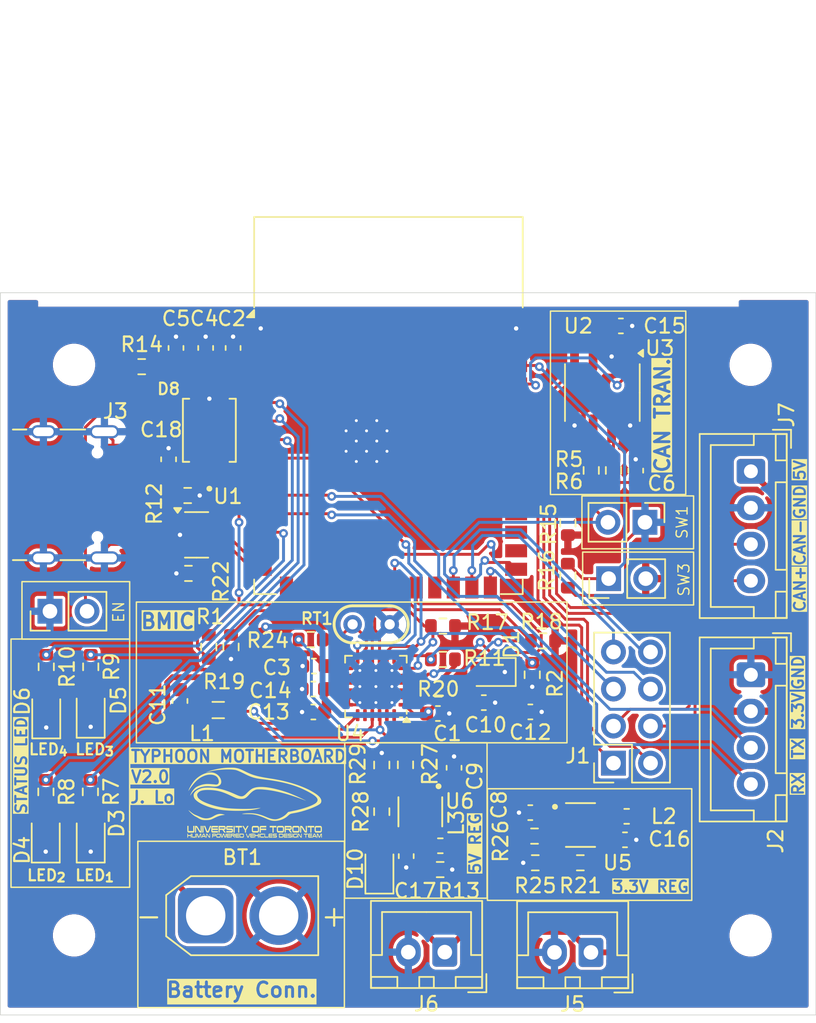
<source format=kicad_pcb>
(kicad_pcb (version 20241229) (generator "pcbnew") (generator_version "9.0")
  (layers (0 "F.Cu" signal) (2 "B.Cu" signal) (13 "F.Paste" user) (15 "B.Paste" user) (5 "F.SilkS" user "F.Silkscreen") (7 "B.SilkS" user "B.Silkscreen") (1 "F.Mask" user) (3 "B.Mask" user) (25 "Edge.Cuts" user))
  (net 0 "")
  (net 1 "GND")
  (net 2 "+BATT")
  (net 3 "V_{USB-C}")
  (net 4 "+3.3V")
  (net 5 "Net-(C6-Pad1)")
  (net 6 "V_{SYS}")
  (net 7 "Net-(U4-PMID)")
  (net 8 "Net-(U4-BTST)")
  (net 9 "Net-(C11-Pad1)")
  (net 10 "Net-(U4-REGN)")
  (net 11 "Net-(D1-A)")
  (net 12 "Net-(D3-A)")
  (net 13 "Net-(D4-A)")
  (net 14 "Net-(D5-A)")
  (net 15 "Net-(D6-A)")
  (net 16 "Net-(D10-K)")
  (net 17 "/GPIO_{2}")
  (net 18 "/GPIO_{3}")
  (net 19 "/GPIO_{8}")
  (net 20 "/GPIO_{7}")
  (net 21 "/GPIO_{5}")
  (net 22 "/GPIO_{4}")
  (net 23 "/GPIO_{6}")
  (net 24 "/GPIO_{1}")
  (net 25 "/Mother_{TX}")
  (net 26 "/Mother_{RX}")
  (net 27 "/D_{CONN}+")
  (net 28 "/D_{CONN}-")
  (net 29 "Net-(U5-L2)")
  (net 30 "Net-(U5-L1)")
  (net 31 "Net-(U6-L2)")
  (net 32 "Net-(U6-L1)")
  (net 33 "/PMIC_{CE}")
  (net 34 "/PMIC_{OTG}")
  (net 35 "/LED_{1}")
  (net 36 "/LED_{2}")
  (net 37 "/LED_{3}")
  (net 38 "/LED_{4}")
  (net 39 "/PMIC_{INT}")
  (net 40 "/EN")
  (net 41 "/Boot Mode")
  (net 42 "/Safe Boot")
  (net 43 "/PMIC_{SDA}")
  (net 44 "/PMIC_{SCL}")
  (net 45 "Net-(U4-ILIM)")
  (net 46 "Net-(U4-STAT)")
  (net 47 "Net-(U5-FB)")
  (net 48 "Net-(U4-TS)")
  (net 49 "+5V")
  (net 50 "Net-(U6-FB)")
  (net 51 "/D_{MCU}-")
  (net 52 "/D_{MCU}+")
  (net 55 "/PMIC_{NQON}")
  (net 57 "/CAN_{RX}")
  (net 62 "/CAN_{TX}")
  (net 69 "Net-(U5-PG)")
  (net 70 "Net-(U6-PG)")
  (net 71 "/CAN+")
  (net 72 "/CAN-")
  (net 73 "Net-(J3-CC1)")
  (net 74 "Net-(J3-CC2)")
  (footprint "Resistor_SMD:R_0603_1608Metric" (layer "F.Cu") (at 102.362 65.278 90)
    (property "Reference" "R6")
    (property "Value" "60")
  )
  (footprint "Resistor_SMD:R_0603_1608Metric" (layer "F.Cu") (at 91.885 80.264 180)
    (property "Reference" "R20")
    (property "Value" "330")
  )
  (footprint "Connector_PinHeader_2.54mm:PinHeader_1x02_P2.54mm_Vertical" (layer "F.Cu") (at 65.278 74.93 90)
    (property "Reference" "SW2" (hide yes))
    (property "Value" "SW_Push")
  )
  (footprint "Inductor_SMD:L_0603_1608Metric" (layer "F.Cu") (at 92.0242 91.0082 180)
    (property "Reference" "L3")
    (property "Value" "0.47uH")
  )
  (footprint "Capacitor_SMD:C_0603_1608Metric" (layer "F.Cu") (at 83.325 80.264 180)
    (property "Reference" "C14")
    (property "Value" "10uF")
  )
  (footprint "Package_TO_SOT_SMD:SOT-23-6" (layer "F.Cu") (at 75.3242 69.6946)
    (property "Reference" "U1")
    (property "Value" "USBLC6-2SC6")
  )
  (footprint "LED_SMD:LED_0805_2012Metric" (layer "F.Cu") (at 68.072 90.4725 90)
    (property "Reference" "D3")
    (property "Value" "LED")
  )
  (footprint "Resistor_SMD:R_0603_1608Metric" (layer "F.Cu") (at 88.011 85.471 90)
    (property "Reference" "R29")
    (property "Value" "91k")
  )
  (footprint "Capacitor_SMD:C_0603_1608Metric" (layer "F.Cu") (at 95.003 81.1959)
    (property "Reference" "C10")
    (property "Value" "47uF")
  )
  (footprint "hpvdt-log.preety:hpvdt-logo" (layer "F.Cu") (at 80.315226 88.05)
    (property "Reference" "G***" (hide yes))
    (property "Value" "LOGO" (hide yes))
  )
  (footprint "Connector_JST:JST_XH_B2B-XH-A_1x02_P2.50mm_Vertical" (layer "F.Cu") (at 102.342 98.315 180)
    (property "Reference" "J5")
    (property "Value" "Conn_01x02_Pin")
  )
  (footprint "Resistor_SMD:R_0603_1608Metric" (layer "F.Cu") (at 74.7146 66.997)
    (property "Reference" "R12")
    (property "Value" "5.1K")
  )
  (footprint "TPS63802DLAR (1):VREG_TPS63802DLAR" (layer "F.Cu") (at 90.6526 88.6802 -90)
    (property "Reference" "U6")
    (property "Value" "TPS63802DLAR")
  )
  (footprint "RF_Module:ESP32-S3-WROOM-1" (layer "F.Cu") (at 88.4682 60.8044)
    (property "Reference" "U2")
    (property "Value" "ESP32-S3-WROOM-1")
  )
  (footprint "Inductor_SMD:L_0603_1608Metric" (layer "F.Cu") (at 104.791 88.9904)
    (property "Reference" "L2")
    (property "Value" "0.47uH")
  )
  (footprint "Capacitor_SMD:C_0603_1608Metric" (layer "F.Cu") (at 98.187 88.7364 180)
    (property "Reference" "C8")
    (property "Value" "10uF")
  )
  (footprint "Capacitor_SMD:C_0603_1608Metric" (layer "F.Cu") (at 104.675 90.6)
    (property "Reference" "C16")
    (property "Value" "22uF")
  )
  (footprint "LED_SMD:LED_0805_2012Metric" (layer "F.Cu") (at 64.9884 90.4725 90)
    (property "Reference" "D4")
    (property "Value" "LED")
  )
  (footprint "Resistor_SMD:R_0603_1608Metric" (layer "F.Cu") (at 83.144 76.8719 180)
    (property "Reference" "R24")
    (property "Value" "5.23k")
  )
  (footprint "Resistor_SMD:R_0603_1608Metric" (layer "F.Cu") (at 74.7654 72.3362)
    (property "Reference" "R22")
    (property "Value" "5.1K")
  )
  (footprint "Connector_JST:JST_XH_B4B-XH-A_1x04_P2.50mm_Vertical" (layer "F.Cu") (at 113.301 65.338 -90)
    (property "Reference" "J7")
    (property "Value" "Conn_01x04_Pin")
  )
  (footprint "Capacitor_SMD:C_0603_1608Metric" (layer "F.Cu") (at 74.188 81.0819 -90)
    (property "Reference" "C11")
    (property "Value" "47nF")
  )
  (footprint "Resistor_SMD:R_0603_1608Metric" (layer "F.Cu") (at 101.6148 92.1748 180)
    (property "Reference" "R21")
    (property "Value" "511k")
  )
  (footprint "Connector_AMASS:AMASS_XT30U-F_1x02_P5.0mm_Vertical" (layer "F.Cu") (at 75.95 95.8)
    (property "Reference" "BT1")
    (property "Value" "XT30")
  )
  (footprint "Capacitor_SMD:C_0603_1608Metric" (layer "F.Cu") (at 83.325 81.8388 180)
    (property "Reference" "C13")
    (property "Value" "10uF")
  )
  (footprint "Resistor_SMD:R_0603_1608Metric" (layer "F.Cu") (at 68.048 87.313 -90)
    (property "Reference" "R7")
    (property "Value" "320")
  )
  (footprint "MountingHole:MountingHole_2.7mm_M2.5" (layer "F.Cu") (at 113.284 58.039)
    (property "Reference" "H2" (hide yes))
    (property "Value" "M2.5")
  )
  (footprint "Resistor_SMD:R_0603_1608Metric" (layer "F.Cu") (at 103.886 65.278 -90)
    (property "Reference" "R5")
    (property "Value" "60")
  )
  (footprint "LED_SMD:LED_0805_2012Metric" (layer "F.Cu") (at 65.024 81.9635 90)
    (property "Reference" "D6")
    (property "Value" "LED")
  )
  (footprint "Capacitor_SMD:C_0603_1608Metric" (layer "F.Cu") (at 105.41 65.291 90)
    (property "Reference" "C6")
    (property "Value" "4.7n")
  )
  (footprint "Resistor_SMD:R_0603_1608Metric" (layer "F.Cu") (at 88.011 88.6714 90)
    (property "Reference" "R28")
    (property "Value" "806k")
  )
  (footprint "Capacitor_SMD:C_0603_1608Metric" (layer "F.Cu") (at 98.191 81.8309)
    (property "Reference" "C12")
    (property "Value" "4.7uF")
  )
  (footprint "Inductor_SMD:L_0805_2012Metric" (layer "F.Cu") (at 76.8085 81.7039)
    (property "Reference" "L1")
    (property "Value" "2.2uH")
  )
  (footprint "Capacitor_SMD:C_0603_1608Metric" (layer "F.Cu") (at 77.8256 56.883 90)
    (property "Reference" "C2")
    (property "Value" "0.1u")
  )
  (footprint "Capacitor_SMD:C_0603_1608Metric" (layer "F.Cu") (at 73.914 56.883 90)
    (property "Reference" "C5")
    (property "Value" "10u")
  )
  (footprint "Resistor_SMD:R_0603_1608Metric" (layer "F.Cu") (at 98.32 79.2849 -90)
    (property "Reference" "R2")
    (property "Value" "10k")
  )
  (footprint "TPS63802DLAR (1):VREG_TPS63802DLAR" (layer "F.Cu") (at 101.627 89.584)
    (property "Reference" "U5")
    (property "Value" "TPS63802DLAR")
  )
  (footprint "Capacitor_SMD:C_0603_1608Metric" (layer "F.Cu") (at 89.6874 91.7194 -90)
    (property "Reference" "C17")
    (property "Value" "22uF")
  )
  (footprint "Capacitor_SMD:C_0603_1608Metric" (layer "F.Cu") (at 73.406 64.516 90)
    (property "Reference" "C18")
    (property "Value" "10uF")
  )
  (footprint "Connector_PinHeader_2.54mm:PinHeader_1x02_P2.54mm_Vertical" (layer "F.Cu") (at 106.045 68.834 -90)
    (property "Reference" "SW1")
    (property "Value" "SW_Push")
  )
  (footprint "Capacitor_SMD:C_0603_1608Metric" (layer "F.Cu") (at 92.964 85.661 90)
    (property "Reference" "C9")
    (property "Value" "10uF")
  )
  (footprint "SMBJ5.0A:DIOM4336X265N" (layer "F.Cu") (at 76.2 62.5266 90)
    (property "Reference" "D8")
    (property "Value" "SMBJ5.0A")
  )
  (footprint "LED_SMD:LED_0805_2012Metric" (layer "F.Cu") (at 87.85 92.6 90)
    (property "Reference" "D10")
    (property "Value" "LED")
  )
  (footprint "MountingHole:MountingHole_2.7mm_M2.5" (layer "F.Cu") (at 66.929 97.155)
    (property "Reference" "H3" (hide yes))
    (property "Value" "M2.5")
  )
  (footprint "MountingHole:MountingHole_2.7mm_M2.5" (layer "F.Cu") (at 113.284 97.155)
    (property "Reference" "H4" (hide yes))
    (property "Value" "M2.5")
  )
  (footprint "Resistor_SMD:R_0603_1608Metric" (layer "F.Cu") (at 99.06 76.962 180)
    (property "Reference" "R18")
    (property "Value" "10k")
  )
  (footprint "Resistor_SMD:R_0603_1608Metric" (layer "F.Cu") (at 98.5282 92.1748 180)
    (property "Reference" "R25")
    (property "Value" "91k")
  )
  (footprint "Capacitor_SMD:C_0603_1608Metric" (layer "F.Cu") (at 104.394 55.372 180)
    (property "Reference" "C15")
    (property "Value" "100nF")
  )
  (footprint "103AT-2:103AT-2" (layer "F.Cu") (at 87.285 75.8287 180)
    (property "Reference" "RT1")
    (property "Value" "103AT-2")
  )
  (footprint "Resistor_SMD:R_0603_1608Metric" (layer "F.Cu") (at 100.7618 72.4916 -90)
    (property "Reference" "R16")
    (property "Value" "10k")
  )
  (footprint "Resistor_SMD:R_0603_1608Metric" (layer "F.Cu") (at 76.159 77.3799 90)
    (property "Reference" "R1")
    (property "Value" "10k")
  )
  (footprint "Package_DFN_QFN:Texas_RTW_WQFN-24-1EP_4x4mm_P0.5mm_EP2.7x2.7mm_ThermalVias" (layer "F.Cu") (at 87.61 80.0929 180)
    (property "Reference" "U4")
    (property "Value" "BQ25895RTW")
  )
  (footprint "Capacitor_SMD:C_0603_1608Metric" (layer "F.Cu") (at 75.946 56.883 90)
    (property "Reference" "C4")
    (property "Value" "1u")
  )
  (footprint "UJ20-C-H-C-4-SMT-TR:CUI_UJ20-C-H-C-4-SMT-TR" (layer "F.Cu") (at 65.84 66.95 -90)
    (property "Reference" "J3")
    (property "Value" "UJ20-C-H-C-4-SMT-TR")
  )
  (footprint "Resistor_SMD:R_0603_1608Metric" (layer "F.Cu") (at 68.072 78.74 -90)
    (property "Reference" "R9")
    (property "Value" "320")
  )
  (footprint "Connector_PinSocket_2.54mm:PinSocket_2x04_P2.54mm_Vertical" (layer "F.Cu") (at 103.886 85.344 180)
    (property "Reference" "J1")
    (property "Value" "Conn_02x04_Odd_Even")
  )
  (footprint "LED_SMD:LED_0805_2012Metric" (layer "F.Cu") (at 95.504 79.0956 180)
    (property "Reference" "D1")
    (property "Value" "LED")
  )
  (footprint "Resistor_SMD:R_0603_1608Metric" (layer "F.Cu") (at 77.683 77.3799 90)
    (property "Reference" "R19")
    (property "Value" "280")
  )
  (footprint "Resistor_SMD:R_0603_1608Metric" (layer "F.Cu") (at 98.4774 90.346 180)
    (property "Reference" "R26")
    (property "Value" "100k")
  )
  (footprint "Resistor_SMD:R_0603_1608Metric" (layer "F.Cu") (at 92.202 75.946 180)
    (property "Reference" "R17")
    (property "Value" "10k")
  )
  (footprint "Connector_JST:JST_XH_B2B-XH-A_1x02_P2.50mm_Vertical" (layer "F.Cu") (at 92.329 98.298 180)
    (property "Reference" "J6")
    (property "Value" "Conn_01x02_Pin")
  )
  (footprint "Resistor_SMD:R_0603_1608Metric" (layer "F.Cu") (at 92.0134 92.64)
    (property "Reference" "R13")
    (property "Value" "330")
  )
  (footprint "Connector_JST:JST_XH_B4B-XH-A_1x04_P2.50mm_Vertical" (layer "F.Cu") (at 113.301 79.2838 -90)
    (property "Reference" "J2")
    (property "Value" "Conn_01x04_Pin")
  )
  (footprint "LED_SMD:LED_0805_2012Metric" (layer "F.Cu") (at 68.0684 81.915 90)
    (property "Reference" "D5")
    (property "Value" "LED")
  )
  (footprint "MountingHole:MountingHole_2.7mm_M2.5" (layer "F.Cu") (at 66.929 58.039)
    (property "Reference" "H1" (hide yes))
    (property "Value" "M2.5")
  )
  (footprint "Resistor_SMD:R_0603_1608Metric" (layer "F.Cu") (at 71.565 58.166 180)
    (property "Reference" "R14")
    (property "Value" "10k")
  )
  (footprint "Package_SO:SOIC-8_3.9x4.9mm_P1.27mm" (layer "F.Cu") (at 103.124 59.944 -90)
    (property "Reference" "U3")
    (property "Value" "SN65HVD233")
  )
  (footprint "Capacitor_SMD:C_0603_1608Metric" (layer "F.Cu") (at 83.3628 78.6892 180)
    (property "Reference" "C3")
    (property "Value" "10uF")
  )
  (footprint "Resistor_SMD:R_0603_1608Metric" (layer "F.Cu") (at 65.024 78.74 -90)
    (property "Reference" "R10")
    (property "Value" "320")
  )
  (footprint "Capacitor_SMD:C_0603_1608Metric" (layer "F.Cu") (at 91.8594 81.9404)
    (property "Reference" "C1")
    (property "Value" "1uF")
  )
  (footprint "Resistor_SMD:R_0603_1608Metric" (layer "F.Cu") (at 100.7618 68.8848 -90)
    (property "Reference" "R15")
    (property "Value" "10k")
  )
  (footprint "Resistor_SMD:R_0603_1608Metric" (layer "F.Cu") (at 65 87.313 -90)
    (property "Reference" "R8")
    (property "Value" "320")
  )
  (footprint "Resistor_SMD:R_0603_1608Metric" (layer "F.Cu") (at 89.6366 85.4588 90)
    (property "Reference" "R27")
    (property "Value" "100k")
  )
  (footprint "Connector_PinHeader_2.54mm:PinHeader_1x02_P2.54mm_Vertical" (layer "F.Cu") (at 103.5558 72.6948 90)
    (property "Reference" "SW3")
    (property "Value" "SW_Push")
  )
  (footprint "Resistor_SMD:R_0603_1608Metric" (layer "F.Cu") (at 92.1999 78.232 180)
    (property "Reference" "R11")
    (property "Value" "10k")
  )
  (gr_rect (start 63.361 72.9015) (end 70.74 76.8385) (stroke (width 0.1)) (fill no) (layer "F.SilkS"))
  (gr_rect (start 101.775 70.875) (end 109.375 74.5) (stroke (width 0.1)) (fill no) (layer "F.SilkS"))
  (gr_rect (start 95.25 87.1) (end 109.25 94.75) (stroke (width 0.1)) (fill no) (layer "F.SilkS"))
  (gr_rect (start 71.2 74.3) (end 100.7 83.95) (stroke (width 0.1)) (fill no) (layer "F.SilkS"))
  (gr_rect (start 85.475 83.95) (end 95.225 94.6) (stroke (width 0.1)) (fill no) (layer "F.SilkS"))
  (gr_rect (start 99.568 54.356) (end 108.839 66.929) (stroke (width 0.1)) (fill no) (layer "F.SilkS"))
  (gr_rect (start 101.725 67.025) (end 109.375 70.65) (stroke (width 0.1)) (fill no) (layer "F.SilkS"))
  (gr_rect (start 71.3 90.7) (end 85.45 102.1) (stroke (width 0.1)) (fill no) (layer "F.SilkS"))
  (gr_rect (start 62.611 76.835) (end 70.739 93.853) (stroke (width 0.1)) (fill no) (layer "F.SilkS"))
  (gr_rect (start 61.881 53.097) (end 117.752 102.605) (stroke (width 0.05)) (fill no) (layer "Edge.Cuts"))
  (gr_text "TYPHOON MOTHERBOARD" (at 70.739 85.344 0) (layer "F.SilkS" knockout) (effects (font (size 0.8 0.8) (thickness 0.16) (bold yes)) (justify left bottom)))
  (gr_text "5V\n" (at 117.094 66.04 90) (layer "F.SilkS" knockout) (effects (font (size 0.75 0.75) (thickness 0.15) (bold yes)) (justify left bottom)))
  (gr_text "CAN-\n" (at 117.094 71.882 90) (layer "F.SilkS" knockout) (effects (font (size 0.75 0.75) (thickness 0.15) (bold yes)) (justify left bottom)))
  (gr_text "RX" (at 116.967 87.63 90) (layer "F.SilkS" knockout) (effects (font (size 0.75 0.75) (thickness 0.15) (bold yes)) (justify left bottom)))
  (gr_text "LED_{4}\n" (at 63.754 84.836 0) (layer "F.SilkS") (effects (font (size 0.75 0.75) (thickness 0.15) (bold yes)) (justify left bottom)))
  (gr_text "TX\n" (at 116.967 85.09 90) (layer "F.SilkS" knockout) (effects (font (size 0.75 0.75) (thickness 0.15) (bold yes)) (justify left bottom)))
  (gr_text "5V REG" (at 94.85 93 90) (layer "F.SilkS" knockout) (effects (font (size 0.75 0.75) (thickness 0.15) (bold yes)) (justify left bottom)))
  (gr_text "GND\n" (at 117.094 68.707 90) (layer "F.SilkS" knockout) (effects (font (size 0.75 0.75) (thickness 0.15) (bold yes)) (justify left bottom)))
  (gr_text "CAN+" (at 117.094 75.057 90) (layer "F.SilkS" knockout) (effects (font (size 0.75 0.75) (thickness 0.15) (bold yes)) (justify left bottom)))
  (gr_text "V2.0" (at 70.75 86.75 0) (layer "F.SilkS" knockout) (effects (font (size 0.8 0.8) (thickness 0.16) (bold yes)) (justify left bottom)))
  (gr_text "STATUS LED" (at 63.754 88.9 90) (layer "F.SilkS" knockout) (effects (font (size 0.75 0.75) (thickness 0.15) (bold yes)) (justify left bottom)))
  (gr_text "GND" (at 116.967 80.391 90) (layer "F.SilkS" knockout) (effects (font (size 0.75 0.75) (thickness 0.15) (bold yes)) (justify left bottom)))
  (gr_text "BMIC" (at 71.4 76.2 0) (layer "F.SilkS" knockout) (effects (font (size 1 1) (thickness 0.2) (bold yes)) (justify left bottom)))
  (gr_text "EN" (at 70.425 75.775 90) (layer "F.SilkS") (effects (font (size 0.75 0.75) (thickness 0.09375)) (justify left bottom)))
  (gr_text "3.3V REG" (at 103.75 94.25 0) (layer "F.SilkS" knockout) (effects (font (size 0.75 0.75) (thickness 0.15) (bold yes)) (justify left bottom)))
  (gr_text "LED_{3}\n" (at 66.929 84.836 0) (layer "F.SilkS") (effects (font (size 0.75 0.75) (thickness 0.15) (bold yes)) (justify left bottom)))
  (gr_text "LED_{2}\n" (at 63.627 93.472 0) (layer "F.SilkS") (effects (font (size 0.75 0.75) (thickness 0.15) (bold yes)) (justify left bottom)))
  (gr_text "J. Lo" (at 70.7 88.15 0) (layer "F.SilkS" knockout) (effects (font (size 0.8 0.8) (thickness 0.16) (bold yes)) (justify left bottom)))
  (gr_text "CAN TRAN." (at 107.823 65.532 90) (layer "F.SilkS" knockout) (effects (font (size 1 1) (thickness 0.2) (bold yes)) (justify left bottom)))
  (gr_text "Battery Conn." (at 73.152 101.473 0) (layer "F.SilkS" knockout) (effects (font (size 1 1) (thickness 0.2) (bold yes)) (justify left bottom)))
  (gr_text "LED_{1}\n" (at 66.929 93.472 0) (layer "F.SilkS") (effects (font (size 0.75 0.75) (thickness 0.15) (bold yes)) (justify left bottom)))
  (gr_text "3.3V" (at 116.967 83.058 90) (layer "F.SilkS" knockout) (effects (font (size 0.75 0.75) (thickness 0.15) (bold yes)) (justify left bottom)))
  (segment (start 100.7618 73.3166) (end 101.291 73.8458) (width 0.2) (layer "F.Cu") (net 1))
  (segment (start 69.01 71.275) (end 69.01 70.74) (width 0.2) (layer "F.Cu") (net 1))
  (segment (start 102.177 89.584) (end 100.727 89.584) (width 0.2) (layer "F.Cu") (net 1))
  (segment (start 100.713 89.57) (end 98.889336 89.57) (width 0.2) (layer "F.Cu") (net 1))
  (segment (start 91.1526 87.7802) (end 90.6526 87.7802) (width 0.2) (layer "F.Cu") (net 1))
  (segment (start 90.6526 89.2302) (end 90.6526 87.7802) (width 0.2) (layer "F.Cu") (net 1))
  (segment (start 101.291 73.8458) (end 104.7068 73.8458) (width 0.2) (layer "F.Cu") (net 1))
  (segment (start 85.6475 81.3429) (end 85.6475 80.8689) (width 0.4) (layer "F.Cu") (net 1))
  (segment (start 100.727 89.584) (end 100.713 89.57) (width 0.2) (layer "F.Cu") (net 1))
  (segment (start 88.6998 85.3348) (end 88.011 84.646) (width 0.2) (layer "F.Cu") (net 1))
  (segment (start 69.01 70.74) (end 69.6 70.15) (width 0.2) (layer "F.Cu") (net 1))
  (segment (start 90.6526 87.7802) (end 90.6526 86.110736) (width 0.2) (layer "F.Cu") (net 1))
  (segment (start 104.7068 70.1722) (end 106.045 68.834) (width 0.2) (layer "F.Cu") (net 1))
  (segment (start 98.889336 89.57) (end 98.3534 90.105936) (width 0.2) (layer "F.Cu") (net 1))
  (segment (start 100.727 89.084) (end 100.727 89.584) (width 0.2) (layer "F.Cu") (net 1))
  (segment (start 85.6475 81.3429) (end 86.36 81.3429) (width 0.2) (layer "F.Cu") (net 1))
  (segment (start 98.3534 90.105936) (end 98.3534 91.5246) (width 0.2) (layer "F.Cu") (net 1))
  (segment (start 89.876664 85.3348) (end 88.6998 85.3348) (width 0.2) (layer "F.Cu") (net 1))
  (segment (start 69.6 63.75) (end 69.6 63.215) (width 0.2) (layer "F.Cu") (net 1))
  (segment (start 104.7068 73.8458) (end 104.7068 70.1722) (width 0.2) (layer "F.Cu") (net 1))
  (segment (start 69.6 63.215) (end 69.01 62.625) (width 0.2) (layer "F.Cu") (net 1))
  (segment (start 90.6526 86.110736) (end 89.876664 85.3348) (width 0.2) (layer "F.Cu") (net 1))
  (segment (start 98.3534 91.5246) (end 97.7032 92.1748) (width 0.2) (layer "F.Cu") (net 1))
  (segment (start 86.36 81.3429) (end 86.51 81.1929) (width 0.2) (layer "F.Cu") (net 1))
  (via (at 98.32 80.1099) (size 0.6) (drill 0.3) (layers "F.Cu" "B.Cu") (net 1))
  (via (at 68.072 91.41) (size 0.6) (drill 0.3) (layers "F.Cu" "B.Cu") (net 1))
  (via (at 96.4415 79.0956) (size 0.6) (drill 0.3) (layers "F.Cu" "B.Cu") (net 1))
  (via (at 101.219 62.1986) (size 0.6) (drill 0.3) (layers "F.Cu" "B.Cu") (net 1))
  (via (at 105.41 64.516) (size 0.6) (drill 0.3) (layers "F.Cu" "B.Cu") (net 1))
  (via (at 92.964 84.886) (size 0.6) (drill 0.3) (layers "F.Cu" "B.Cu") (net 1))
  (via (at 75.946 56.108) (size 0.6) (drill 0.3) (layers "F.Cu" "B.Cu") (net 1))
  (via (at 82.55 81.8388) (size 0.6) (drill 0.3) (layers "F.Cu" "B.Cu") (net 1))
  (via (at 97.412 88.7364) (size 0.6) (drill 0.3) (layers "F.Cu" "B.Cu") (net 1))
  (via (at 89.6874 92.4944) (size 0.6) (drill 0.3) (layers "F.Cu" "B.Cu") (net 1))
  (via (at 105.169 55.372) (size 0.6) (drill 0.3) (layers "F.Cu" "B.Cu") (net 1))
  (via (at 97.7032 92.1748) (size 0.6) (drill 0.3) (layers "F.Cu" "B.Cu") (net 1))
  (via (at 105.45 90.6) (size 0.6) (drill 0.3) (layers "F.Cu" "B.Cu") (net 1))
  (via (at 73.914 56.108) (size 0.6) (drill 0.3) (layers "F.Cu" "B.Cu") (net 1))
  (via (at 98.966 81.8309) (size 0.6) (drill 0.3) (layers "F.Cu" "B.Cu") (net 1))
  (via (at 92.8384 92.64) (size 0.6) (drill 0.3) (layers "F.Cu" "B.Cu") (net 1))
  (via (at 88.011 84.646) (size 0.6) (drill 0.3) (layers "F.Cu" "B.Cu") (net 1))
  (via (at 97.2182 55.5444) (size 0.6) (drill 0.3) (layers "F.Cu" "B.Cu") (net 1))
  (via (at 82.55 80.264) (size 0.6) (drill 0.3) (layers "F.Cu" "B.Cu") (net 1))
  (via (at 65.024 82.901) (size 0.6) (drill 0.3) (layers "F.Cu" "B.Cu") (net 1))
  (via (at 76.2 60.3616) (size 0.6) (drill 0.3) (layers "F.Cu" "B.Cu") (net 1))
  (via (at 68.0684 82.8525) (size 0.6) (drill 0.3) (layers "F.Cu" "B.Cu") (net 1))
  (via (at 77.8256 56.108) (size 0.6) (drill 0.3) (layers "F.Cu" "B.Cu") (net 1))
  (via (at 82.5878 78.6892) (size 0.6) (drill 0.3) (layers "F.Cu" "B.Cu") (net 1))
  (via (at 73.9404 72.3362) (size 0.5) (drill 0.3) (layers "F.Cu" "B.Cu") (net 1))
  (via (at 103.759 57.469) (size 0.6) (drill 0.3) (layers "F.Cu" "B.Cu") (net 1))
  (via (at 64.9884 91.41) (size 0.6) (drill 0.3) (layers "F.Cu" "B.Cu") (net 1))
  (via (at 92.6344 81.9404) (size 0.6) (drill 0.3) (layers "F.Cu" "B.Cu") (net 1))
  (via (at 79.7182 55.5444) (size 0.6) (drill 0.3) (layers "F.Cu" "B.Cu") (net 1))
  (via (at 95.778 81.1959) (size 0.6) (drill 0.3) (layers "F.Cu" "B.Cu") (net 1))
  (via (at 74.1867 69.6946) (size 0.6) (drill 0.3) (layers "F.Cu" "B.Cu") (net 1))
  (via (at 105.029 62.1986) (size 0.6) (drill 0.3) (layers "F.Cu" "B.Cu") (net 1))
  (via (at 73.406 63.754) (size 0.5) (drill 0.3) (layers "F.Cu" "B.Cu") (net 1))
  (via (at 77.683 78.2049) (size 0.6) (drill 0.3) (layers "F.Cu" "B.Cu") (net 1))
  (via (at 75.5396 66.997) (size 0.6) (drill 0.3) (layers "F.Cu" "B.Cu") (net 1))
  (segment (start 73.312 92.962) (end 75.95 95.6) (width 0.4) (layer "F.Cu") (net 2))
  (segment (start 73.312 79.816368) (end 73.312 92.962) (width 0.4) (layer "F.Cu") (net 2))
  (segment (start 85.6475 78.8429) (end 84.2915 78.8429) (width 0.2) (layer "F.Cu") (net 2))
  (segment (start 85.6475 79.3429) (end 84.7915 79.3429) (width 0.2) (layer "F.Cu") (net 2))
  (segment (start 84.2915 78.8429) (end 84.1378 78.6892) (width 0.2) (layer "F.Cu") (net 2))
  (segment (start 80.454568 79.4559) (end 73.672468 79.4559) (width 0.4) (layer "F.Cu") (net 2))
  (segment (start 84.1378 78.6892) (end 83.2618 77.8132) (width 0.4) (layer "F.Cu") (net 2))
  (segment (start 75.95 95.6) (end 75.95 95.8) (width 0.4) (layer "F.Cu") (net 2))
  (segment (start 84.7915 79.3429) (end 84.1378 78.6892) (width 0.2) (layer "F.Cu") (net 2))
  (segment (start 83.2618 77.8132) (end 82.097268 77.8132) (width 0.4) (layer "F.Cu") (net 2))
  (segment (start 73.672468 79.4559) (end 73.312 79.816368) (width 0.4) (layer "F.Cu") (net 2))
  (segment (start 82.097268 77.8132) (end 80.454568 79.4559) (width 0.4) (layer "F.Cu") (net 2))
  (segment (start 75.3982 68.362212) (end 75.3982 69.126988) (width 0.4) (layer "F.Cu") (net 3))
  (segment (start 79.773388 76.271498) (end 79.296886 76.271498) (width 0.4) (layer "F.Cu") (net 3))
  (segment (start 76.454 75.070836) (end 75.383 76.141836) (width 0.2) (layer "F.Cu") (net 3))
  (segment (start 93.0249 78.6791) (end 91.948 79.756) (width 0.3) (layer "F.Cu") (net 3))
  (segment (start 91.948 79.756) (end 91.948 81.0768) (width 0.3) (layer "F.Cu") (net 3))
  (segment (start 75.3982 69.126988) (end 75.3982 69.3022) (width 0.4) (layer "F.Cu") (net 3))
  (segment (start 69.6 64.55) (end 68.83 64.55) (width 0.2) (layer "F.Cu") (net 3))
  (segment (start 70.6703 64.6) (end 75.1818 64.6) (width 0.4) (layer "F.Cu") (net 3))
  (segment (start 76.107232 69.6946) (end 75.4982 70.303632) (width 0.2) (layer "F.Cu") (net 3))
  (segment (start 75.383 77.4289) (end 76.159 78.2049) (width 0.2) (layer "F.Cu") (net 3))
  (segment (start 68.83 64.55) (end 68.3 65.08) (width 0.2) (layer "F.Cu") (net 3))
  (segment (start 75.946 68.0436) (end 75.716812 68.0436) (width 0.4) (layer "F.Cu") (net 3))
  (segment (start 70.6703 64.6) (end 72.715 64.6) (width 0.2) (layer "F.Cu") (net 3))
  (segment (start 68.83 69.35) (end 69.6 69.35) (width 0.2) (layer "F.Cu") (net 3))
  (segment (start 91.0844 81.9404) (end 90.17 81.9404) (width 0.2) (layer "F.Cu") (net 3))
  (segment (start 78.164484 77.4039) (end 76.96 77.4039) (width 0.4) (layer "F.Cu") (net 3))
  (segment (start 76.4617 69.6946) (end 76.107232 69.6946) (width 0.2) (layer "F.Cu") (net 3))
  (segment (start 75.383 76.141836) (end 75.383 77.4289) (width 0.2) (layer "F.Cu") (net 3))
  (segment (start 90.17 81.9404) (end 89.5725 81.3429) (width 0.2) (layer "F.Cu") (net 3))
  (segment (start 91.2114 81.8134) (end 91.0844 81.9404) (width 0.2) (layer "F.Cu") (net 3))
  (segment (start 68.3 65.08) (end 68.3 68.82) (width 0.2) (layer "F.Cu") (net 3))
  (segment (start 70.6703 64.6) (end 69.65 64.6) (width 0.4) (layer "F.Cu") (net 3))
  (segment (start 75.716812 69.4456) (end 76.2127 69.4456) (width 0.4) (layer "F.Cu") (net 3))
  (segment (start 75.4982 70.985568) (end 76.454 71.941368) (width 0.2) (layer "F.Cu") (net 3))
  (segment (start 76.2127 69.4456) (end 76.4617 69.6946) (width 0.4) (layer "F.Cu") (net 3))
  (segment (start 76.3406 65.7588) (end 76.3406 67.649) (width 0.4) (layer "F.Cu") (net 3))
  (segment (start 76.454 71.941368) (end 76.454 75.070836) (width 0.2) (layer "F.Cu") (net 3))
  (segment (start 76.96 77.4039) (end 76.159 78.2049) (width 0.4) (layer "F.Cu") (net 3))
  (segment (start 79.296886 76.271498) (end 78.164484 77.4039) (width 0.4) (layer "F.Cu") (net 3))
  (segment (start 93.0249 78.232) (end 93.0249 78.6791) (width 0.3) (layer "F.Cu") (net 3))
  (segment (start 75.485806 69.214594) (end 75.716812 69.4456) (width 0.4) (layer "F.Cu") (net 3))
  (segment (start 91.948 81.0768) (end 91.2114 81.8134) (width 0.3) (layer "F.Cu") (net 3))
  (segment (start 68.3 68.82) (end 68.83 69.35) (width 0.2) (layer "F.Cu") (net 3))
  (segment (start 75.3982 69.3022) (end 75.485806 69.214594) (width 0.4) (layer "F.Cu") (net 3))
  (segment (start 76.3406 67.649) (end 75.946 68.0436) (width 0.4) (layer "F.Cu") (net 3))
  (segment (start 69.65 64.6) (end 69.6 64.55) (width 0.4) (layer "F.Cu") (net 3))
  (segment (start 75.1818 64.6) (end 76.3406 65.7588) (width 0.4) (layer "F.Cu") (net 3))
  (segment (start 72.715 64.6) (end 73.406 65.291) (width 0.2) (layer "F.Cu") (net 3))
  (segment (start 75.716812 68.0436) (end 75.3982 68.362212) (width 0.4) (layer "F.Cu") (net 3))
  (segment (start 80.05 75.994886) (end 79.773388 76.271498) (width 0.4) (layer "F.Cu") (net 3))
  (segment (start 75.4982 70.303632) (end 75.4982 70.985568) (width 0.2) (layer "F.Cu") (net 3))
  (via (at 80.05 75.994886) (size 0.6) (drill 0.3) (layers "F.Cu" "B.Cu") (net 3))
  (via (at 91.2114 81.8134) (size 0.6) (drill 0.3) (layers "F.Cu" "B.Cu") (net 3))
  (segment (start 83.95426 80.79574) (end 85.20426 82.04574) (width 0.4) (layer "B.Cu") (net 3))
  (segment (start 90.97906 82.04574) (end 91.2114 81.8134) (width 0.4) (layer "B.Cu") (net 3))
  (segment (start 83.511986 75.994886) (end 83.95426 76.43716) (width 0.4) (layer "B.Cu") (net 3))
  (segment (start 85.20426 82.04574) (end 90.97906 82.04574) (width 0.4) (layer "B.Cu") (net 3))
  (segment (start 80.05 75.994886) (end 83.511986 75.994886) (width 0.4) (layer "B.Cu") (net 3))
  (segment (start 83.95426 76.43716) (end 83.95426 80.79574) (width 0.4) (layer "B.Cu") (net 3))
  (segment (start 71.616 57.29) (end 73.546 57.29) (width 0.4) (layer "F.Cu") (net 4))
  (segment (start 102.489 57.469) (end 102.489 56.502) (width 0.2) (layer "F.Cu") (net 4))
  (segment (start 77.8256 57.658) (end 78.6692 56.8144) (width 0.4) (layer "F.Cu") (net 4))
  (segment (start 102.489 56.502) (end 103.619 55.372) (width 0.2) (layer "F.Cu") (net 4))
  (segment (start 79.3696 57.163) (end 79.7182 56.8144) (width 0.2) (layer "F.Cu") (net 4))
  (segment (start 78.6692 56.8144) (end 79.7182 56.8144) (width 0.4) (layer "F.Cu") (net 4))
  (segment (start 70.74 58.166) (end 71.616 57.29) (width 0.4) (layer "F.Cu") (net 4))
  (segment (start 73.546 57.29) (end 73.914 57.658) (width 0.4) (layer "F.Cu") (net 4))
  (segment (start 73.914 57.658) (end 77.8256 57.658) (width 0.4) (layer "F.Cu") (net 4))
  (segment (start 105.373 66.103) (end 105.41 66.066) (width 0.2) (layer "F.Cu") (net 5))
  (segment (start 102.362 66.103) (end 105.373 66.103) (width 0.2) (layer "F.Cu") (net 5))
  (segment (start 91.6526 87.7802) (end 91.6526 87.7474) (width 0.2) (layer "F.Cu") (net 6))
  (segment (start 92.964 86.436) (end 96.6616 86.436) (width 0.4) (layer "F.Cu") (net 6))
  (segment (start 97.6524 90.046) (end 98.962 88.7364) (width 0.2) (layer "F.Cu") (net 6))
  (segment (start 99.1144 88.584) (end 100.727 88.584) (width 0.2) (layer "F.Cu") (net 6))
  (segment (start 84.1 80.264) (end 85.5686 80.264) (width 0.2) (layer "F.Cu") (net 6))
  (segment (start 84.1 81.8388) (end 84.1 80.264) (width 0.4) (layer "F.Cu") (net 6))
  (segment (start 77.871 81.7039) (end 78.7819 82.6148) (width 0.2) (layer "F.Cu") (net 6))
  (segment (start 85.5686 80.264) (end 85.6475 80.3429) (width 0.2) (layer "F.Cu") (net 6))
  (segment (start 91.6526 89.4302) (end 91.6526 87.7802) (width 0.2) (layer "F.Cu") (net 6))
  (segment (start 96.6616 86.436) (end 98.962 88.7364) (width 0.4) (layer "F.Cu") (net 6))
  (segment (start 91.6526 87.7802) (end 91.6526 86.0646) (width 0.2) (layer "F.Cu") (net 6))
  (segment (start 77.9551 81.788) (end 77.871 81.7039) (width 0.2) (layer "F.Cu") (net 6))
  (segment (start 90.2218 84.6338) (end 89.6366 84.6338) (width 0.2) (layer "F.Cu") (net 6))
  (segment (start 83.324 82.6148) (end 84.1 81.8388) (width 0.2) (layer "F.Cu") (net 6))
  (segment (start 89.6366 84.6338) (end 88.8228 83.82) (width 0.2) (layer "F.Cu") (net 6))
  (segment (start 91.6526 86.0646) (end 90.2218 84.6338) (width 0.2) (layer "F.Cu") (net 6))
  (segment (start 98.962 88.7364) (end 99.1144 88.584) (width 0.2) (layer "F.Cu") (net 6))
  (segment (start 78.7819 82.6148) (end 83.324 82.6148) (width 0.2) (layer "F.Cu") (net 6))
  (segment (start 85.6475 79.8429) (end 85.6475 80.3429) (width 0.2) (layer "F.Cu") (net 6))
  (segment (start 102.377 88.584) (end 100.727 88.584) (width 0.2) (layer "F.Cu") (net 6))
  (segment (start 79.248 81.788) (end 77.9551 81.788) (width 0.2) (layer "F.Cu") (net 6))
  (segment (start 97.6524 90.346) (end 97.6524 90.046) (width 0.2) (layer "F.Cu") (net 6))
  (segment (start 88.8228 83.82) (end 87.376 83.82) (width 0.2) (layer "F.Cu") (net 6))
  (segment (start 91.6526 87.7474) (end 92.964 86.436) (width 0.2) (layer "F.Cu") (net 6))
  (via (at 79.248 81.788) (size 0.6) (drill 0.3) (layers "F.Cu" "B.Cu") (net 6))
  (via (at 87.376 83.82) (size 0.6) (drill 0.3) (layers "F.Cu" "B.Cu") (net 6))
  (segment (start 87.376 83.82) (end 81.28 83.82) (width 0.2) (layer "B.Cu") (net 6))
  (segment (start 81.28 83.82) (end 79.248 81.788) (width 0.2) (layer "B.Cu") (net 6))
  (segment (start 94.228 82.81) (end 94.228 81.1959) (width 0.2) (layer "F.Cu") (net 7))
  (segment (start 93.726 83.312) (end 94.228 82.81) (width 0.2) (layer "F.Cu") (net 7))
  (segment (start 89.3899 83.2529) (end 89.449 83.312) (width 0.2) (layer "F.Cu") (net 7))
  (segment (start 88.36 82.0554) (end 88.36 82.483698) (width 0.2) (layer "F.Cu") (net 7))
  (segment (start 88.894302 83.018) (end 89.155 83.018) (width 0.2) (layer "F.Cu") (net 7))
  (segment (start 88.36 82.483698) (end 88.894302 83.018) (width 0.2) (layer "F.Cu") (net 7))
  (segment (start 89.449 83.312) (end 93.726 83.312) (width 0.2) (layer "F.Cu") (net 7))
  (segment (start 89.155 83.018) (end 89.3899 83.2529) (width 0.2) (layer "F.Cu") (net 7))
  (segment (start 74.188 81.8569) (end 75.8971 83.566) (width 0.2) (layer "F.Cu") (net 8))
  (segment (start 86.582 83.566) (end 87.36 82.788) (width 0.2) (layer "F.Cu") (net 8))
  (segment (start 75.8971 83.566) (end 86.582 83.566) (width 0.2) (layer "F.Cu") (net 8))
  (segment (start 87.36 82.788) (end 87.36 82.0554) (width 0.2) (layer "F.Cu") (net 8))
  (segment (start 86.36 82.0554) (end 85.3996 83.0158) (width 0.2) (layer "F.Cu") (net 9))
  (segment (start 74.349 80.3069) (end 75.746 81.7039) (width 0.2) (layer "F.Cu") (net 9))
  (segment (start 77.0579 83.0158) (end 75.746 81.7039) (width 0.2) (layer "F.Cu") (net 9))
  (segment (start 85.3996 83.0158) (end 77.0579 83.0158) (width 0.2) (layer "F.Cu") (net 9))
  (segment (start 86.36 82.0554) (end 86.86 82.0554) (width 0.2) (layer "F.Cu") (net 9))
  (segment (start 74.188 80.3069) (end 74.349 80.3069) (width 0.2) (layer "F.Cu") (net 9))
  (segment (start 87.89336 82.08876) (end 87.86 82.0554) (width 0.2) (layer "F.Cu") (net 10))
  (segment (start 88.9889 83.419) (end 88.6567 83.419) (width 0.2) (layer "F.Cu") (net 10))
  (segment (start 95.4269 83.82) (end 89.3899 83.82) (width 0.2) (layer "F.Cu") (net 10))
  (segment (start 88.249537 83.419) (end 87.89336 83.062823) (width 0.2) (layer "F.Cu") (net 10))
  (segment (start 88.6567 83.419) (end 88.249537 83.419) (width 0.2) (layer "F.Cu") (net 10))
  (segment (start 97.416 81.8309) (end 95.4269 83.82) (width 0.2) (layer "F.Cu") (net 10))
  (segment (start 89.3899 83.82) (end 89.2238 83.6539) (width 0.2) (layer "F.Cu") (net 10))
  (segment (start 89.2238 83.6539) (end 88.9889 83.419) (width 0.2) (layer "F.Cu") (net 10))
  (segment (start 87.89336 83.062823) (end 87.89336 82.08876) (width 0.2) (layer "F.Cu") (net 10))
  (via (at 82.319 76.8719) (size 0.6) (drill 0.3) (layers "F.Cu" "B.Cu") (net 10))
  (via (at 87.89336 83.062823) (size 0.6) (drill 0.3) (layers "F.Cu" "B.Cu") (net 10))
  (segment (start 82.319 76.8719) (end 83.1888 77.7417) (width 0.2) (layer "B.Cu") (net 10))
  (segment (start 85.512823 83.062823) (end 87.89336 83.062823) (width 0.2) (layer "B.Cu") (net 10))
  (segment (start 83.1888 80.7388) (end 85.512823 83.062823) (width 0.2) (layer "B.Cu") (net 10))
  (segment (start 83.1888 77.7417) (end 83.1888 80.7388) (width 0.2) (layer "B.Cu") (net 10))
  (segment (start 92.71 80.264) (end 93.3981 80.264) (width 0.2) (layer "F.Cu") (net 11))
  (segment (start 93.3981 80.264) (end 94.5665 79.0956) (width 0.2) (layer "F.Cu") (net 11))
  (segment (start 68.048 88.138) (end 68.048 89.511) (width 0.2) (layer "F.Cu") (net 12))
  (segment (start 68.048 89.511) (end 68.072 89.535) (width 0.2) (layer "F.Cu") (net 12))
  (segment (start 65 88.138) (end 65 89.5234) (width 0.2) (layer "F.Cu") (net 13))
  (segment (start 65 89.5234) (end 64.9884 89.535) (width 0.2) (layer "F.Cu") (net 13))
  (segment (start 68.072 80.9739) (end 68.0684 80.9775) (width 0.2) (layer "F.Cu") (net 14))
  (segment (start 68.072 79.565) (end 68.072 80.9739) (width 0.2) (layer "F.Cu") (net 14))
  (segment (start 65.024 79.565) (end 65.024 81.026) (width 0.2) (layer "F.Cu") (net 15))
  (segment (start 87.85 93.5375) (end 90.2909 93.5375) (width 0.2) (layer "F.Cu") (net 16))
  (segment (start 90.2909 93.5375) (end 91.1884 92.64) (width 0.2) (layer "F.Cu") (net 16))
  (segment (start 99.11335 65.07735) (end 99.11335 73.991414) (width 0.2) (layer "F.Cu") (net 17))
  (segment (start 101.854 75.478) (end 102.108 75.732) (width 0.2) (layer "F.Cu") (net 17))
  (segment (start 105.275 84.193) (end 106.426 85.344) (width 0.2) (layer "F.Cu") (net 17))
  (segment (start 102.108 82.65376) (end 103.64724 84.193) (width 0.2) (layer "F.Cu") (net 17))
  (segment (start 100.599936 75.478) (end 101.854 75.478) (width 0.2) (layer "F.Cu") (net 17))
  (segment (start 102.108 75.732) (end 102.108 82.65376) (width 0.2) (layer "F.Cu") (net 17))
  (segment (start 103.64724 84.193) (end 105.275 84.193) (width 0.2) (layer "F.Cu") (net 17))
  (segment (start 97.2182 64.4344) (end 98.4704 64.4344) (width 0.2) (layer "F.Cu") (net 17))
  (segment (start 98.4704 64.4344) (end 99.11335 65.07735) (width 0.2) (layer "F.Cu") (net 17))
  (segment (start 99.11335 73.991414) (end 100.599936 75.478) (width 0.2) (layer "F.Cu") (net 17))
  (segment (start 105.037 81.653) (end 103.886 82.804) (width 0.2) (layer "F.Cu") (net 18))
  (segment (start 108.847 81.653) (end 105.037 81.653) (width 0.2) (layer "F.Cu") (net 18))
  (segment (start 107.5299 75.077) (end 109.073 76.6201) (width 0.2) (layer "F.Cu") (net 18))
  (segment (start 109.073 81.427) (end 108.847 81.653) (width 0.2) (layer "F.Cu") (net 18))
  (segment (start 100.766036 75.077) (end 107.5299 75.077) (width 0.2) (layer "F.Cu") (net 18))
  (segment (start 97.2182 63.1644) (end 98.8711 63.1644) (width 0.2) (layer "F.Cu") (net 18))
  (segment (start 109.073 76.6201) (end 109.073 81.427) (width 0.2) (layer "F.Cu") (net 18))
  (segment (start 98.8711 63.1644) (end 99.51435 63.80765) (width 0.2) (layer "F.Cu") (net 18))
  (segment (start 99.51435 73.825314) (end 100.766036 75.077) (width 0.2) (layer "F.Cu") (net 18))
  (segment (start 99.51435 63.80765) (end 99.51435 73.825314) (width 0.2) (layer "F.Cu") (net 18))
  (segment (start 92.9132 72.136) (end 92.9132 73.3044) (width 0.2) (layer "F.Cu") (net 19))
  (via (at 92.9132 72.136) (size 0.6) (drill 0.3) (layers "F.Cu" "B.Cu") (net 19))
  (segment (start 92.964 71.12) (end 94.742 69.342) (width 0.2) (layer "B.Cu") (net 19))
  (segment (start 92.9132 72.136) (end 92.964 72.0852) (width 0.2) (layer "B.Cu") (net 19))
  (segment (start 94.742 69.342) (end 97.536 69.342) (width 0.2) (layer "B.Cu") (net 19))
  (segment (start 105.918 77.724) (end 106.426 77.724) (width 0.2) (layer "B.Cu") (net 19))
  (segment (start 92.964 72.0852) (end 92.964 71.12) (width 0.2) (layer "B.Cu") (net 19))
  (segment (start 97.536 69.342) (end 105.918 77.724) (width 0.2) (layer "B.Cu") (net 19))
  (segment (start 94.1832 72.136) (end 94.1832 73.3044) (width 0.2) (layer "F.Cu") (net 20))
  (via (at 94.1832 72.136) (size 0.6) (drill 0.3) (layers "F.Cu" "B.Cu") (net 20))
  (segment (start 94.1832 72.136) (end 94.234 72.0852) (width 0.2) (layer "B.Cu") (net 20))
  (segment (start 94.234 70.4171) (end 94.9081 69.743) (width 0.2) (layer "B.Cu") (net 20))
  (segment (start 94.234 72.0852) (end 94.234 70.4171) (width 0.2) (layer "B.Cu") (net 20))
  (segment (start 103.886 76.2591) (end 103.886 77.724) (width 0.2) (layer "B.Cu") (net 20))
  (segment (start 97.3699 69.743) (end 103.886 76.2591) (width 0.2) (layer "B.Cu") (net 20))
  (segment (start 94.9081 69.743) (end 97.3699 69.743) (width 0.2) (layer "B.Cu") (net 20))
  (segment (start 95.4532 72.1868) (end 95.4532 73.3044) (width 0.2) (layer "F.Cu") (net 21))
  (via (at 95.4532 72.1868) (size 0.6) (drill 0.3) (layers "F.Cu" "B.Cu") (net 21))
  (segment (start 95.4532 72.1868) (end 95.504 72.136) (width 0.2) (layer "B.Cu") (net 21))
  (segment (start 95.504 72.136) (end 95.758 72.136) (width 0.2) (layer "B.Cu") (net 21))
  (segment (start 95.758 72.136) (end 103.886 80.264) (width 0.2) (layer "B.Cu") (net 21))
  (segment (start 99.9858 63.712) (end 99.9858 73.729664) (width 0.2) (layer "F.Cu") (net 22))
  (segment (start 99.9858 73.729664) (end 100.932136 74.676) (width 0.2) (layer "F.Cu") (net 22))
  (segment (start 97.2182 61.8944) (end 98.1682 61.8944) (width 0.2) (layer "F.Cu") (net 22))
  (segment (start 100.932136 74.676) (end 107.696 74.676) (width 0.2) (layer "F.Cu") (net 22))
  (segment (start 108.712 82.804) (end 106.426 82.804) (width 0.2) (layer "F.Cu") (net 22))
  (segment (start 109.474 76.454) (end 109.474 82.042) (width 0.2) (layer "F.Cu") (net 22))
  (segment (start 98.1682 61.8944) (end 99.9858 63.712) (width 0.2) (layer "F.Cu") (net 22))
  (segment (start 107.696 74.676) (end 109.474 76.454) (width 0.2) (layer "F.Cu") (net 22))
  (segment (start 109.474 82.042) (end 108.712 82.804) (width 0.2) (layer "F.Cu") (net 22))
  (segment (start 94.649 71.027) (end 84.0806 71.027) (width 0.2) (layer "F.Cu") (net 23))
  (segment (start 95.333 70.343) (end 94.649 71.027) (width 0.2) (layer "F.Cu") (net 23))
  (segment (start 84.0806 71.027) (end 82.7532 72.3544) (width 0.2) (layer "F.Cu") (net 23))
  (segment (start 82.7532 72.3544) (end 82.7532 73.3044) (width 0.2) (layer "F.Cu") (net 23))
  (segment (start 95.504 70.343) (end 95.333 70.343) (width 0.2) (layer "F.Cu") (net 23))
  (via (at 95.504 70.343) (size 0.6) (drill 0.3) (layers "F.Cu" "B.Cu") (net 23))
  (segment (start 95.67024 71.374) (end 103.40924 79.113) (width 0.2) (layer "B.Cu") (net 23))
  (segment (start 95.504 70.343) (end 95.67024 70.50924) (width 0.2) (layer "B.Cu") (net 23))
  (segment (start 105.275 79.113) (end 106.426 80.264) (width 0.2) (layer "B.Cu") (net 23))
  (segment (start 103.40924 79.113) (end 105.275 79.113) (width 0.2) (layer "B.Cu") (net 23))
  (segment (start 95.67024 70.50924) (end 95.67024 71.374) (width 0.2) (layer "B.Cu") (net 23))
  (segment (start 101.707 76.053) (end 101.707 82.81986) (width 0.2) (layer "F.Cu") (net 24))
  (segment (start 100.433836 75.879) (end 101.533 75.879) (width 0.2) (layer "F.Cu") (net 24))
  (segment (start 102.108 83.22086) (end 102.108 83.566) (width 0.2) (layer "F.Cu") (net 24))
  (segment (start 102.108 83.566) (end 103.886 85.344) (width 0.2) (layer "F.Cu") (net 24))
  (segment (start 101.707 82.81986) (end 102.108 83.22086) (width 0.2) (layer "F.Cu") (net 24))
  (segment (start 101.533 75.879) (end 101.707 76.053) (width 0.2) (layer "F.Cu") (net 24))
  (segment (start 97.2182 65.7044) (end 98.2164 65.7044) (width 0.2) (layer "F.Cu") (net 24))
  (segment (start 98.71235 66.20035) (end 98.71235 74.157514) (width 0.2) (layer "F.Cu") (net 24))
  (segment (start 98.71235 74.157514) (end 100.433836 75.879) (width 0.2) (layer "F.Cu") (net 24))
  (segment (start 98.2164 65.7044) (end 98.71235 66.20035) (width 0.2) (layer "F.Cu") (net 24))
  (segment (start 84.5004 66.9744) (end 84.582 67.056) (width 0.2) (layer "F.Cu") (net 25))
  (segment (start 79.7182 66.9744) (end 84.5004 66.9744) (width 0.2) (layer "F.Cu") (net 25))
  (via (at 84.582 67.056) (size 0.6) (drill 0.3) (layers "F.Cu" "B.Cu") (net 25))
  (segment (start 87.9286 67.056) (end 91.9112 71.0386) (width 0.2) (layer "B.Cu") (net 25))
  (segment (start 110.6702 81.653) (end 113.301 84.2838) (width 0.2) (layer "B.Cu") (net 25))
  (segment (start 91.9112 71.0386) (end 91.9112 72.551043) (width 0.2) (layer "B.Cu") (net 25))
  (segment (start 84.582 67.056) (end 87.9286 67.056) (width 0.2) (layer "B.Cu") (net 25))
  (segment (start 91.9112 72.551043) (end 93.274157 73.914) (width 0.2) (layer "B.Cu") (net 25))
  (segment (start 93.274157 73.914) (end 95.90824 73.914) (width 0.2) (layer "B.Cu") (net 25))
  (segment (start 95.90824 73.914) (end 103.64724 81.653) (width 0.2) (layer "B.Cu") (net 25))
  (segment (start 103.64724 81.653) (end 110.6702 81.653) (width 0.2) (layer "B.Cu") (net 25))
  (segment (start 84.5004 68.2444) (end 84.582 68.326) (width 0.2) (layer "F.Cu") (net 26))
  (segment (start 79.7182 68.2444) (end 84.5004 68.2444) (width 0.2) (layer "F.Cu") (net 26))
  (via (at 84.582 68.326) (size 0.6) (drill 0.3) (layers "F.Cu" "B.Cu") (net 26))
  (segment (start 90.263 71.469943) (end 94.846057 76.053) (width 0.2) (layer "B.Cu") (net 26))
  (segment (start 102.735 81.30786) (end 102.735 83.28076) (width 0.2) (layer "B.Cu") (net 26))
  (segment (start 84.582 68.326) (end 88.479943 68.326) (width 0.2) (layer "B.Cu") (net 26))
  (segment (start 94.846057 76.053) (end 97.48014 76.053) (width 0.2) (layer "B.Cu") (net 26))
  (segment (start 88.479943 68.326) (end 90.263 70.109057) (width 0.2) (layer "B.Cu") (net 26))
  (segment (start 97.48014 76.053) (end 102.735 81.30786) (width 0.2) (layer "B.Cu") (net 26))
  (segment (start 103.52824 84.074) (end 110.5912 84.074) (width 0.2) (layer "B.Cu") (net 26))
  (segment (start 110.5912 84.074) (end 113.301 86.7838) (width 0.2) (layer "B.Cu") (net 26))
  (segment (start 102.735 83.28076) (end 103.52824 84.074) (width 0.2) (layer "B.Cu") (net 26))
  (segment (start 90.263 70.109057) (end 90.263 71.469943) (width 0.2) (layer "B.Cu") (net 26))
  (segment (start 68.729 67.651) (end 68.729 66.749) (width 0.2) (layer "F.Cu") (net 27))
  (segment (start 70.480001 67.675) (end 71.2171 67.675) (width 0.2) (layer "F.Cu") (net 27))
  (segment (start 73.2232 70.035568) (end 73.483232 70.2956) (width 0.2) (layer "F.Cu") (net 27))
  (segment (start 73.483232 70.2956) (end 73.8377 70.2956) (width 0.2) (layer "F.Cu") (net 27))
  (segment (start 73.8377 70.2956) (end 74.1867 70.6446) (width 0.2) (layer "F.Cu") (net 27))
  (segment (start 70.455001 67.7) (end 70.480001 67.675) (width 0.2) (layer "F.Cu") (net 27))
  (segment (start 71.2171 67.675) (end 73.2232 69.6811) (width 0.2) (layer "F.Cu") (net 27))
  (segment (start 68.729 66.749) (end 68.778 66.7) (width 0.2) (layer "F.Cu") (net 27))
  (segment (start 68.778 67.7) (end 68.729 67.651) (width 0.2) (layer "F.Cu") (net 27))
  (segment (start 73.2232 69.6811) (end 73.2232 70.035568) (width 0.2) (layer "F.Cu") (net 27))
  (segment (start 69.6 67.7) (end 68.778 67.7) (width 0.2) (layer "F.Cu") (net 27))
  (segment (start 69.6 67.7) (end 70.455001 67.7) (width 0.2) (layer "F.Cu") (net 27))
  (segment (start 68.778 66.7) (end 69.6 66.7) (width 0.2) (layer "F.Cu") (net 27))
  (segment (start 69.6 67.2) (end 70.455001 67.2) (width 0.2) (layer "F.Cu") (net 28))
  (segment (start 70.471 66.249) (end 70.471 67.151) (width 0.2) (layer "F.Cu") (net 28))
  (segment (start 72.923097 68.7446) (end 74.1867 68.7446) (width 0.2) (layer "F.Cu") (net 28))
  (segment (start 70.455001 67.2) (end 70.480001 67.225) (width 0.2) (layer "F.Cu") (net 28))
  (segment (start 71.403497 67.225) (end 72.923097 68.7446) (width 0.2) (layer "F.Cu") (net 28))
  (segment (start 70.422 66.2) (end 70.471 66.249) (width 0.2) (layer "F.Cu") (net 28))
  (segment (start 70.422 67.2) (end 69.6 67.2) (width 0.2) (layer "F.Cu") (net 28))
  (segment (start 70.480001 67.225) (end 71.403497 67.225) (width 0.2) (layer "F.Cu") (net 28))
  (segment (start 70.471 67.151) (end 70.422 67.2) (width 0.2) (layer "F.Cu") (net 28))
  (segment (start 69.6 66.2) (end 70.422 66.2) (width 0.2) (layer "F.Cu") (net 28))
  (segment (start 104.7449 89.824) (end 105.5785 88.9904) (width 0.2) (layer "F.Cu") (net 29))
  (segment (start 103.1954 89.824) (end 104.7449 89.824) (width 0.2) (layer "F.Cu") (net 29))
  (segment (start 102.377 90.084) (end 102.9354 90.084) (width 0.2) (layer "F.Cu") (net 29))
  (segment (start 102.9354 90.084) (end 103.1954 89.824) (width 0.2) (layer "F.Cu") (net 29))
  (segment (start 103.9099 89.084) (end 104.0035 88.9904) (width 0.2) (layer "F.Cu") (net 30))
  (segment (start 102.377 89.084) (end 103.9099 89.084) (width 0.2) (layer "F.Cu") (net 30))
  (segment (start 91.2367 91.0082) (end 90.1526 89.9241) (width 0.2) (layer "F.Cu") (net 31))
  (segment (start 90.1526 89.9241) (end 90.1526 89.4302) (width 0.2) (layer "F.Cu") (net 31))
  (segment (start 92.0357 90.2322) (end 92.8117 91.0082) (width 0.2) (layer "F.Cu") (net 32))
  (segment (start 91.481826 90.2322) (end 92.0357 90.2322) (width 0.2) (layer "F.Cu") (net 32))
  (segment (start 91.1526 89.4302) (end 91.1526 89.902974) (width 0.2) (layer "F.Cu") (net 32))
  (segment (start 91.1526 89.902974) (end 91.481826 90.2322) (width 0.2) (layer "F.Cu") (net 32))
  (segment (start 78.232 73.66) (end 78.232 74.4819) (width 0.2) (layer "F.Cu") (net 33))
  (segment (start 78.232 66.2406) (end 78.232 68.834) (width 0.2) (layer "F.Cu") (net 33))
  (segment (start 78.2222 74.4917) (end 76.159 76.5549) (width 0.2) (layer "F.Cu") (net 33))
  (segment (start 86.568804 74.4917) (end 78.2222 74.4917) (width 0.2) (layer "F.Cu") (net 33))
  (segment (start 79.7182 65.7044) (end 78.7682 65.7044) (width 0.2) (layer "F.Cu") (net 33))
  (segment (start 87.5281 75.450996) (end 86.568804 74.4917) (width 0.2) (layer "F.Cu") (net 33))
  (segment (start 78.7682 65.7044) (end 78.232 66.2406) (width 0.2) (layer "F.Cu") (net 33))
  (segment (start 87.86 76.5395) (end 87.5281 76.2076) (width 0.2) (layer "F.Cu") (net 33))
  (segment (start 87.86 78.1304) (end 87.86 76.5395) (width 0.2) (layer "F.Cu") (net 33))
  (segment (start 78.232 74.4819) (end 78.2222 74.4917) (width 0.2) (layer "F.Cu") (net 33))
  (segment (start 87.5281 76.2076) (end 87.5281 75.450996) (width 0.2) (layer "F.Cu") (net 33))
  (via (at 78.232 68.834) (size 0.6) (drill 0.3) (layers "F.Cu" "B.Cu") (net 33))
  (via (at 78.232 73.66) (size 0.6) (drill 0.3) (layers "F.Cu" "B.Cu") (net 33))
  (segment (start 78.232 68.834) (end 78.232 73.66) (width 0.2) (layer "B.Cu") (net 33))
  (segment (start 90.35 77.35) (end 88.702 77.35) (width 0.2) (layer "F.Cu") (net 34))
  (segment (start 88.702 77.35) (end 88.36 77.692) (width 0.2) (layer "F.Cu") (net 34))
  (segment (start 79.7182 64.4344) (end 83.7384 64.4344) (width 0.2) (layer "F.Cu") (net 34))
  (segment (start 88.36 77.692) (end 88.36 78.1304) (width 0.2) (layer "F.Cu") (net 34))
  (segment (start 83.7384 64.4344) (end 89.662 70.358) (width 0.2) (layer "F.Cu") (net 34))
  (segment (start 90.7 77) (end 90.35 77.35) (width 0.2) (layer "F.Cu") (net 34))
  (via (at 90.7 77) (size 0.6) (drill 0.3) (layers "F.Cu" "B.Cu") (net 34))
  (via (at 89.662 70.358) (size 0.6) (drill 0.3) (layers "F.Cu" "B.Cu") (net 34))
  (via (at 98.32 78.4599) (size 0.6) (drill 0.3) (layers "F.Cu" "B.Cu") (net 34))
  (segment (start 96.3141 76.454) (end 98.32 78.4599) (width 0.2) (layer "B.Cu") (net 34))
  (segment (start 91.246 76.454) (end 96.3141 76.454) (width 0.2) (layer "B.Cu") (net 34))
  (segment (start 90.7 77) (end 90.7 72.474043) (width 0.2) (layer "B.Cu") (net 34))
  (segment (start 89.862 70.558) (end 89.662 70.358) (width 0.2) (layer "B.Cu") (net 34))
  (segment (start 90.7 77) (end 91.246 76.454) (width 0.2) (layer "B.Cu") (net 34))
  (segment (start 89.862 71.636043) (end 89.862 70.558) (width 0.2) (layer "B.Cu") (net 34))
  (segment (start 90.7 72.474043) (end 89.862 71.636043) (width 0.2) (layer "B.Cu") (net 34))
  (segment (start 80.9444 60.6244) (end 81.026 60.706) (width 0.2) (layer "F.Cu") (net 35))
  (segment (start 79.7182 60.6244) (end 80.9444 60.6244) (width 0.2) (layer "F.Cu") (net 35))
  (via (at 81.026 60.706) (size 0.6) (drill 0.3) (layers "F.Cu" "B.Cu") (net 35))
  (via (at 68.048 86.488) (size 0.6) (drill 0.3) (layers "F.Cu" "B.Cu") (net 35))
  (segment (start 68.048 86.488) (end 68.048 86.395243) (width 0.2) (layer "B.Cu") (net 35))
  (segment (start 82.683 62.363) (end 82.683 71.760243) (width 0.2) (layer "B.Cu") (net 35))
  (segment (start 81.026 60.706) (end 82.683 62.363) (width 0.2) (layer "B.Cu") (net 35))
  (segment (start 68.048 86.395243) (end 82.683 71.760243) (width 0.2) (layer "B.Cu") (net 35))
  (segment (start 80.8536 61.8944) (end 81.026 61.722) (width 0.2) (layer "F.Cu") (net 36))
  (segment (start 79.7182 61.8944) (end 80.8536 61.8944) (width 0.2) (layer "F.Cu") (net 36))
  (via (at 65 86.488) (size 0.6) (drill 0.3) (layers "F.Cu" "B.Cu") (net 36))
  (via (at 81.026 61.722) (size 0.6) (drill 0.3) (layers "F.Cu" "B.Cu") (net 36))
  (segment (start 75.560143 78.316) (end 75.227 78.316) (width 0.2) (layer "B.Cu") (net 36))
  (segment (start 82.282 71.594143) (end 75.560143 78.316) (width 0.2) (layer "B.Cu") (net 36))
  (segment (start 74.846 78.316) (end 68.199 84.963) (width 0.2) (layer "B.Cu") (net 36))
  (segment (start 66.525 84.963) (end 65 86.488) (width 0.2) (layer "B.Cu") (net 36))
  (segment (start 75.268 78.316) (end 74.846 78.316) (width 0.2) (layer "B.Cu") (net 36))
  (segment (start 68.199 84.963) (end 66.525 84.963) (width 0.2) (layer "B.Cu") (net 36))
  (segment (start 81.026 61.722) (end 82.282 62.978) (width 0.2) (layer "B.Cu") (net 36))
  (segment (start 82.282 62.978) (end 82.282 71.594143) (width 0.2) (layer "B.Cu") (net 36))
  (segment (start 79.7182 63.1644) (end 81.4524 63.1644) (width 0.2) (layer "F.Cu") (net 37))
  (segment (start 81.4524 63.1644) (end 81.534 63.246) (width 0.2) (layer "F.Cu") (net 37))
  (via (at 68.072 77.915) (size 0.6) (drill 0.3) (layers "F.Cu" "B.Cu") (net 37))
  (via (at 81.534 63.246) (size 0.6) (drill 0.3) (layers "F.Cu" "B.Cu") (net 37))
  (segment (start 81.534 63.246) (end 81.881 63.593) (width 0.2) (layer "B.Cu") (net 37))
  (segment (start 75.394043 77.915) (end 68.072 77.915) (width 0.2) (layer "B.Cu") (net 37))
  (segment (start 81.881 63.593) (end 81.881 71.428043) (width 0.2) (layer "B.Cu") (net 37))
  (segment (start 81.881 71.428043) (end 75.394043 77.915) (width 0.2) (layer "B.Cu") (net 37))
  (segment (start 79.7182 69.5144) (end 81.1984 69.5144) (width 0.2) (layer "F.Cu") (net 38))
  (segment (start 81.1984 69.5144) (end 81.28 69.596) (width 0.2) (layer "F.Cu") (net 38))
  (via (at 81.28 69.596) (size 0.6) (drill 0.3) (layers "F.Cu" "B.Cu") (net 38))
  (via (at 65.024 77.915) (size 0.6) (drill 0.3) (layers "F.Cu" "B.Cu") (net 38))
  (segment (start 81.28 69.596) (end 81.28 71.461943) (width 0.2) (layer "B.Cu") (net 38))
  (segment (start 75.427943 77.314) (end 65.625 77.314) (width 0.2) (layer "B.Cu") (net 38))
  (segment (start 81.28 71.461943) (end 75.427943 77.314) (width 0.2) (layer "B.Cu") (net 38))
  (segment (start 65.625 77.314) (end 65.024 77.915) (width 0.2) (layer "B.Cu") (net 38))
  (segment (start 91.1209 77.978) (end 89.0124 77.978) (width 0.2) (layer "F.Cu") (net 39))
  (segment (start 91.3749 78.232) (end 91.1209 77.978) (width 0.2) (layer "F.Cu") (net 39))
  (segment (start 90.3732 74.2544) (end 90.3732 73.3044) (width 0.2) (layer "F.Cu") (net 39))
  (segment (start 95.465272 77.7589) (end 98.627164 77.7589) (width 0.2) (layer "F.Cu") (net 39))
  (segment (start 90.5408 74.422) (end 90.3732 74.2544) (width 0.2) (layer "F.Cu") (net 39))
  (segment (start 98.936 77.450064) (end 98.936 76.473936) (width 0.2) (layer "F.Cu") (net 39))
  (segment (start 94.760372 77.054) (end 95.465272 77.7589) (width 0.2) (layer "F.Cu") (net 39))
  (segment (start 89.0124 77.978) (end 88.86 78.1304) (width 0.2) (layer "F.Cu") (net 39))
  (segment (start 98.627164 77.7589) (end 98.936 77.450064) (width 0.2) (layer "F.Cu") (net 39))
  (segment (start 96.884064 74.422) (end 90.5408 74.422) (width 0.2) (layer "F.Cu") (net 39))
  (segment (start 98.936 76.473936) (end 96.884064 74.422) (width 0.2) (layer "F.Cu") (net 39))
  (via (at 94.760372 77.054) (size 0.6) (drill 0.3) (layers "F.Cu" "B.Cu") (net 39))
  (via (at 91.3749 78.232) (size 0.6) (drill 0.3) (layers "F.Cu" "B.Cu") (net 39))
  (segment (start 91.948 77.47) (end 94.344372 77.47) (width 0.2) (layer "B.Cu") (net 39))
  (segment (start 91.3749 78.232) (end 91.3749 78.0431) (width 0.2) (layer "B.Cu") (net 39))
  (segment (start 91.3749 78.0431) (end 91.948 77.47) (width 0.2) (layer "B.Cu") (net 39))
  (segment (start 94.344372 77.47) (end 94.760372 77.054) (width 0.2) (layer "B.Cu") (net 39))
  (segment (start 72.898 58.166) (end 73.406 58.674) (width 0.2) (layer "F.Cu") (net 40))
  (segment (start 71.080926 58.942) (end 71.614 58.942) (width 0.2) (layer "F.Cu") (net 40))
  (segment (start 67.709 74.821) (end 67.709 62.313926) (width 0.2) (layer "F.Cu") (net 40))
  (segment (start 78.8216 58.0844) (end 79.7182 58.0844) (width 0.2) (layer "F.Cu") (net 40))
  (segment (start 71.614 58.942) (end 72.39 58.166) (width 0.2) (layer "F.Cu") (net 40))
  (segment (start 72.39 58.166) (end 72.898 58.166) (width 0.2) (layer "F.Cu") (net 40))
  (segment (start 78.232 58.674) (end 78.8216 58.0844) (width 0.2) (layer "F.Cu") (net 40))
  (segment (start 67.818 74.93) (end 67.709 74.821) (width 0.2) (layer "F.Cu") (net 40))
  (segment (start 67.709 62.313926) (end 71.080926 58.942) (width 0.2) (layer "F.Cu") (net 40))
  (segment (start 73.406 58.674) (end 78.232 58.674) (width 0.2) (layer "F.Cu") (net 40))
  (segment (start 96.7496 71.5858) (end 95.211295 71.5858) (width 0.2) (layer "F.Cu") (net 41))
  (segment (start 97.2182 72.0544) (end 96.7496 71.5858) (width 0.2) (layer "F.Cu") (net 41))
  (segment (start 100.7618 68.0598) (end 102.7308 68.0598) (width 0.2) (layer "F.Cu") (net 41))
  (segment (start 102.7308 68.0598) (end 103.505 68.834) (width 0.2) (layer "F.Cu") (net 41))
  (segment (start 95.211295 71.5858) (end 95.075011 71.449516) (width 0.2) (layer "F.Cu") (net 41))
  (via (at 95.075011 71.449516) (size 0.6) (drill 0.3) (layers "F.Cu" "B.Cu") (net 41))
  (segment (start 95.075011 71.449516) (end 94.7842 71.740327) (width 0.2) (layer "B.Cu") (net 41))
  (segment (start 92.664257 72.737) (end 92.3122 72.384943) (width 0.2) (layer "B.Cu") (net 41))
  (segment (start 94.6829 68.834) (end 103.505 68.834) (width 0.2) (layer "B.Cu") (net 41))
  (segment (start 92.3122 71.2047) (end 94.6829 68.834) (width 0.2) (layer "B.Cu") (net 41))
  (segment (start 92.3122 72.384943) (end 92.3122 71.2047) (width 0.2) (layer "B.Cu") (net 41))
  (segment (start 94.7842 71.740327) (end 94.7842 72.384943) (width 0.2) (layer "B.Cu") (net 41))
  (segment (start 94.432143 72.737) (end 92.664257 72.737) (width 0.2) (layer "B.Cu") (net 41))
  (segment (start 94.7842 72.384943) (end 94.432143 72.737) (width 0.2) (layer "B.Cu") (net 41))
  (segment (start 97.2182 58.0844) (end 98.7244 58.0844) (width 0.2) (layer "F.Cu") (net 42))
  (segment (start 103.5558 72.6948) (end 101.79 72.6948) (width 0.2) (layer "F.Cu") (net 42))
  (segment (start 98.7244 58.0844) (end 98.806 58.166) (width 0.2) (layer "F.Cu") (net 42))
  (segment (start 101.79 72.6948) (end 100.7618 71.6666) (width 0.2) (layer "F.Cu") (net 42))
  (via (at 98.806 58.166) (size 0.6) (drill 0.3) (layers "F.Cu" "B.Cu") (net 42))
  (segment (start 104.656 69.31076) (end 104.648 69.31876) (width 0.2) (layer "B.Cu") (net 42))
  (segment (start 104.648 69.31876) (end 104.648 71.6026) (width 0.2) (layer "B.Cu") (net 42))
  (segment (start 104.648 68.34924) (end 104.656 68.35724) (width 0.2) (layer "B.Cu") (net 42))
  (segment (start 104.648 64.008) (end 104.648 68.34924) (width 0.2) (layer "B.Cu") (net 42))
  (segment (start 104.656 68.35724) (end 104.656 69.31076) (width 0.2) (layer "B.Cu") (net 42))
  (segment (start 104.648 71.6026) (end 103.5558 72.6948) (width 0.2) (layer "B.Cu") (net 42))
  (segment (start 98.806 58.166) (end 104.648 64.008) (width 0.2) (layer "B.Cu") (net 42))
  (segment (start 91.515472 77.054) (end 91.515472 76.084472) (width 0.2) (layer "F.Cu") (net 43))
  (segment (start 89.5725 78.8429) (end 90.298423 78.8429) (width 0.2) (layer "F.Cu") (net 43))
  (segment (start 87.5498 74.823) (end 86.5632 73.8364) (width 0.2) (layer "F.Cu") (net 43))
  (segment (start 91.515472 76.084472) (end 91.377 75.946) (width 0.2) (layer "F.Cu") (net 43))
  (segment (start 90.298423 78.8429) (end 90.489911 78.651412) (width 0.2) (layer "F.Cu") (net 43))
  (segment (start 90.9306 75.946) (end 89.8076 74.823) (width 0.2) (layer "F.Cu") (net 43))
  (segment (start 91.377 75.946) (end 90.9306 75.946) (width 0.2) (layer "F.Cu") (net 43))
  (segment (start 86.5632 73.8364) (end 86.5632 73.3044) (width 0.2) (layer "F.Cu") (net 43))
  (segment (start 89.8076 74.823) (end 87.5498 74.823) (width 0.2) (layer "F.Cu") (net 43))
  (via (at 91.515472 77.054) (size 0.6) (drill 0.3) (layers "F.Cu" "B.Cu") (net 43))
  (via (at 90.489911 78.651412) (size 0.6) (drill 0.3) (layers "F.Cu" "B.Cu") (net 43))
  (segment (start 90.489911 78.651412) (end 90.489911 78.079561) (width 0.2) (layer "B.Cu") (net 43))
  (segment (start 90.489911 78.079561) (end 91.515472 77.054) (width 0.2) (layer "B.Cu") (net 43))
  (segment (start 91.193076 79.240924) (end 91.0911 79.3429) (width 0.2) (layer "F.Cu") (net 44))
  (segment (start 95.992785 77.054) (end 96.084785 76.962) (width 0.2) (layer "F.Cu") (net 44))
  (segment (start 91.543837 79.240924) (end 91.193076 79.240924) (width 0.2) (layer "F.Cu") (net 44))
  (segment (start 91.0911 79.3429) (end 89.5725 79.3429) (width 0.2) (layer "F.Cu") (net 44))
  (segment (start 90.3747 74.823) (end 90.2071 74.6554) (width 0.2) (layer "F.Cu") (net 44))
  (segment (start 96.084785 76.962) (end 98.235 76.962) (width 0.2) (layer "F.Cu") (net 44))
  (segment (start 90.2071 74.6554) (end 90.1398 74.5881) (width 0.2) (layer "F.Cu") (net 44))
  (segment (start 90.1398 74.5881) (end 89.9737 74.422) (width 0.2) (layer "F.Cu") (net 44))
  (segment (start 96.096 74.823) (end 90.7069 74.823) (width 0.2) (layer "F.Cu") (net 44))
  (segment (start 98.235 76.962) (end 96.096 74.823) (width 0.2) (layer "F.Cu") (net 44))
  (segment (start 88.4293 74.422) (end 87.8332 73.8259) (width 0.2) (layer "F.Cu") (net 44))
  (segment (start 91.577762 79.206999) (end 91.543837 79.240924) (width 0.2) (layer "F.Cu") (net 44))
  (segment (start 89.9737 74.422) (end 88.4293 74.422) (width 0.2) (layer "F.Cu") (net 44))
  (segment (start 90.7069 74.823) (end 90.3747 74.823) (width 0.2) (layer "F.Cu") (net 44))
  (segment (start 87.8332 73.8259) (end 87.8332 73.3044) (width 0.2) (layer "F.Cu") (net 44))
  (via (at 91.577762 79.206999) (size 0.6) (drill 0.3) (layers "F.Cu" "B.Cu") (net 44))
  (via (at 95.992785 77.054) (size 0.6) (drill 0.3) (layers "F.Cu" "B.Cu") (net 44))
  (segment (start 91.577762 79.206999) (end 91.611687 79.240924) (width 0.2) (layer "B.Cu") (net 44))
  (segment (start 93.6689 78.994) (end 95.6089 77.054) (width 0.2) (layer "B.Cu") (net 44))
  (segment (start 91.611687 79.240924) (end 91.701076 79.240924) (width 0.2) (layer "B.Cu") (net 44))
  (segment (start 91.701076 79.240924) (end 91.948 78.994) (width 0.2) (layer "B.Cu") (net 44))
  (segment (start 95.6089 77.054) (end 95.992785 77.054) (width 0.2) (layer "B.Cu") (net 44))
  (segment (start 91.948 78.994) (end 93.6689 78.994) (width 0.2) (layer "B.Cu") (net 44))
  (segment (start 87.122 75.611996) (end 86.951 75.440996) (width 0.2) (layer "F.Cu") (net 45))
  (segment (start 87.1271 76.3737) (end 87.122 76.3686) (width 0.2) (layer "F.Cu") (net 45))
  (segment (start 87.36 78.1304) (end 87.286 78.0564) (width 0.2) (layer "F.Cu") (net 45))
  (segment (start 87.362 76.9408) (end 87.362 76.6086) (width 0.2) (layer "F.Cu") (net 45))
  (segment (start 86.402704 74.8927) (end 85.627296 74.8927) (width 0.2) (layer "F.Cu") (net 45))
  (segment (start 87.122 76.3686) (end 87.122 75.611996) (width 0.2) (layer "F.Cu") (net 45))
  (segment (start 87.286 78.0564) (end 87.286 77.707043) (width 0.2) (layer "F.Cu") (net 45))
  (segment (start 86.951 75.440996) (end 86.402704 74.8927) (width 0.2) (layer "F.Cu") (net 45))
  (segment (start 87.286 77.707043) (end 87.362 77.631043) (width 0.2) (layer "F.Cu") (net 45))
  (segment (start 87.362 77.631043) (end 87.362 77.298843) (width 0.2) (layer "F.Cu") (net 45))
  (segment (start 87.362 77.298843) (end 87.362 76.9408) (width 0.2) (layer "F.Cu") (net 45))
  (segment (start 79.3452 74.8927) (end 77.683 76.5549) (width 0.2) (layer "F.Cu") (net 45))
  (segment (start 87.362 76.6086) (end 87.1271 76.3737) (width 0.2) (layer "F.Cu") (net 45))
  (segment (start 85.627296 74.8927) (end 79.3452 74.8927) (width 0.2) (layer "F.Cu") (net 45))
  (segment (start 89.5725 79.8429) (end 90.6389 79.8429) (width 0.2) (layer "F.Cu") (net 46))
  (segment (start 90.6389 79.8429) (end 91.06 80.264) (width 0.2) (layer "F.Cu") (net 46))
  (segment (start 101.328 91.6366) (end 101.328 90.0994) (width 0.2) (layer "F.Cu") (net 47))
  (segment (start 101.328 90.0994) (end 101.3126 90.084) (width 0.2) (layer "F.Cu") (net 47))
  (segment (start 101.3126 90.084) (end 100.727 90.084) (width 0.2) (layer "F.Cu") (net 47))
  (segment (start 100.7898 92.1748) (end 101.328 91.6366) (width 0.2) (layer "F.Cu") (net 47))
  (segment (start 99.3532 92.1748) (end 100.7898 92.1748) (width 0.2) (layer "F.Cu") (net 47))
  (segment (start 86.86 77.565943) (end 86.961 77.464943) (width 0.2) (layer "F.Cu") (net 48))
  (segment (start 86.961 76.7747) (end 86.015 75.8287) (width 0.2) (layer "F.Cu") (net 48))
  (segment (start 86.961 77.464943) (end 86.961 76.7747) (width 0.2) (layer "F.Cu") (net 48))
  (segment (start 86.015 75.8287) (end 84.9718 76.8719) (width 0.2) (layer "F.Cu") (net 48))
  (segment (start 84.9718 76.8719) (end 83.969 76.8719) (width 0.2) (layer "F.Cu") (net 48))
  (segment (start 86.86 78.1304) (end 86.86 77.565943) (width 0.2) (layer "F.Cu") (net 48))
  (segment (start 84.9 90.2) (end 85.6036 89.4964) (width 0.4) (layer "F.Cu") (net 49))
  (segment (start 103.663981 98.315) (end 116.078 85.900981) (width 0.4) (layer "F.Cu") (net 49))
  (segment (start 89.6526 89.4302) (end 89.6526 90.9096) (width 0.2) (layer "F.Cu") (net 49))
  (segment (start 89.6526 90.9096) (end 89.6874 90.9444) (width 0.2) (layer "F.Cu") (net 49))
  (segment (start 92.329 98.298) (end 89.781 95.75) (width 0.4) (layer "F.Cu") (net 49))
  (segment (start 87.2 95.75) (end 84.9 93.45) (width 0.4) (layer "F.Cu") (net 49))
  (segment (start 89.781 95.75) (end 87.2 95.75) (width 0.4) (layer "F.Cu") (net 49))
  (segment (start 116.078 85.900981) (end 116.078 68.115) (width 0.4) (layer "F.Cu") (net 49))
  (segment (start 102.342 98.315) (end 103.663981 98.315) (width 0.4) (layer "F.Cu") (net 49))
  (segment (start 100.941 96.914) (end 93.713 96.914) (width 0.4) (layer "F.Cu") (net 49))
  (segment (start 89.6526 89.4302) (end 88.0772 89.4302) (width 0.2) (layer "F.Cu") (net 49))
  (segment (start 116.078 68.115) (end 113.301 65.338) (width 0.4) (layer "F.Cu") (net 49))
  (segment (start 93.713 96.914) (end 92.329 98.298) (width 0.4) (layer "F.Cu") (net 49))
  (segment (start 102.342 98.315) (end 100.941 96.914) (width 0.4) (layer "F.Cu") (net 49))
  (segment (start 85.6036 89.4964) (end 88.011 89.4964) (width 0.4) (layer "F.Cu") (net 49))
  (segment (start 84.9 93.45) (end 84.9 90.2) (width 0.4) (layer "F.Cu") (net 49))
  (segment (start 88.0772 89.4302) (end 88.011 89.4964) (width 0.2) (layer "F.Cu") (net 49))
  (segment (start 90.1526 88.102974) (end 90.1526 87.7802) (width 0.2) (layer "F.Cu") (net 50))
  (segment (start 88.011 87.8464) (end 88.5458 88.3812) (width 0.2) (layer "F.Cu") (net 50))
  (segment (start 88.5458 88.3812) (end 89.874374 88.3812) (width 0.2) (layer "F.Cu") (net 50))
  (segment (start 88.011 86.296) (end 88.011 87.8464) (width 0.2) (layer "F.Cu") (net 50))
  (segment (start 89.874374 88.3812) (end 90.1526 88.102974) (width 0.2) (layer "F.Cu") (net 50))
  (segment (start 79.7182 70.7844) (end 79.4182 70.7844) (width 0.2) (layer "F.Cu") (net 51))
  (segment (start 76.8107 69.0936) (end 76.4617 68.7446) (width 0.2) (layer "F.Cu") (net 51))
  (segment (start 79.4182 70.7844) (end 79.0082 71.1944) (width 0.2) (layer "F.Cu") (net 51))
  (segment (start 78.9115 71.1944) (end 77.4252 69.7081) (width 0.2) (layer "F.Cu") (net 51))
  (segment (start 77.165168 69.0936) (end 76.8107 69.0936) (width 0.2) (layer "F.Cu") (net 51))
  (segment (start 79.0082 71.1944) (end 78.9115 71.1944) (width 0.2) (layer "F.Cu") (net 51))
  (segment (start 77.4252 69.7081) (end 77.4252 69.353632) (width 0.2) (layer "F.Cu") (net 51))
  (segment (start 77.4252 69.353632) (end 77.165168 69.0936) (width 0.2) (layer "F.Cu") (net 51))
  (segment (start 79.7182 72.0544) (end 79.4182 72.0544) (width 0.2) (layer "F.Cu") (net 52))
  (segment (start 77.725303 70.6446) (end 76.4617 70.6446) (width 0.2) (layer "F.Cu") (net 52))
  (segment (start 78.725103 71.6444) (end 77.725303 70.6446) (width 0.2) (layer "F.Cu") (net 52))
  (segment (start 79.0082 71.6444) (end 78.725103 71.6444) (width 0.2) (layer "F.Cu") (net 52))
  (segment (start 79.4182 72.0544) (end 79.0082 71.6444) (width 0.2) (layer "F.Cu") (net 52))
  (segment (start 88.9 71.628) (end 88.9 73.1012) (width 0.2) (layer "F.Cu") (net 55))
  (segment (start 86.340055 77.266514) (end 86.36 77.286459) (width 0.2) (layer "F.Cu") (net 55))
  (segment (start 86.36 77.286459) (end 86.36 78.1304) (width 0.2) (layer "F.Cu") (net 55))
  (segment (start 88.9 73.1012) (end 89.1032 73.3044) (width 0.2) (layer "F.Cu") (net 55))
  (via (at 86.340055 77.266514) (size 0.6) (drill 0.3) (layers "F.Cu" "B.Cu") (net 55))
  (via (at 88.9 71.628) (size 0.6) (drill 0.3) (layers "F.Cu" "B.Cu") (net 55))
  (segment (start 86.340055 77.266514) (end 89.583543 77.266514) (width 0.2) (layer "B.Cu") (net 55))
  (segment (start 90.290142 72.640142) (end 89.278 71.628) (width 0.2) (layer "B.Cu") (net 55))
  (segment (start 89.278 71.628) (end 88.9 71.628) (width 0.2) (layer "B.Cu") (net 55))
  (segment (start 90.299 76.551057) (end 90.299 72.640142) (width 0.2) (layer "B.Cu") (net 55))
  (segment (start 90.299 72.640142) (end 90.290142 72.640142) (width 0.2) (layer "B.Cu") (net 55))
  (segment (start 89.583543 77.266514) (end 90.299 76.551057) (width 0.2) (layer "B.Cu") (net 55))
  (segment (start 101.219 57.2486) (end 101.219 58.293) (width 0.2) (layer "F.Cu") (net 57))
  (segment (start 98.8876 60.6244) (end 97.2182 60.6244) (width 0.2) (layer "F.Cu") (net 57))
  (segment (start 101.219 58.293) (end 98.8876 60.6244) (width 0.2) (layer "F.Cu") (net 57))
  (segment (start 104.14 59.436) (end 105.029 58.547) (width 0.2) (layer "F.Cu") (net 62))
  (segment (start 105.029 58.547) (end 105.029 57.469) (width 0.2) (layer "F.Cu") (net 62))
  (segment (start 98.4704 59.3544) (end 98.552 59.436) (width 0.2) (layer "F.Cu") (net 62))
  (segment (start 97.2182 59.3544) (end 98.4704 59.3544) (width 0.2) (layer "F.Cu") (net 62))
  (via (at 98.552 59.436) (size 0.6) (drill 0.3) (layers "F.Cu" "B.Cu") (net 62))
  (via (at 104.14 59.436) (size 0.6) (drill 0.3) (layers "F.Cu" "B.Cu") (net 62))
  (segment (start 102.269 57.565) (end 104.14 59.436) (width 0.2) (layer "B.Cu") (net 62))
  (segment (start 98.205 59.089) (end 98.205 57.917057) (width 0.2) (layer "B.Cu") (net 62))
  (segment (start 98.552 59.436) (end 98.205 59.089) (width 0.2) (layer "B.Cu") (net 62))
  (segment (start 98.205 57.917057) (end 98.557057 57.565) (width 0.2) (layer "B.Cu") (net 62))
  (segment (start 98.557057 57.565) (end 102.269 57.565) (width 0.2) (layer "B.Cu") (net 62))
  (segment (start 99.3024 90.346) (end 99.5404 90.584) (width 0.2) (layer "F.Cu") (net 69))
  (segment (start 99.5404 90.584) (end 100.727 90.584) (width 0.2) (layer "F.Cu") (net 69))
  (segment (start 89.6366 86.2838) (end 89.6366 87.7642) (width 0.2) (layer "F.Cu") (net 70))
  (segment (start 89.6366 87.7642) (end 89.6526 87.7802) (width 0.2) (layer "F.Cu") (net 70))
  (segment (start 111.954 72.838) (end 113.301 72.838) (width 0.2) (layer "F.Cu") (net 71))
  (segment (start 103.886 64.453) (end 103.886 62.546) (width 0.2) (layer "F.Cu") (net 71))
  (segment (start 103.349 61.307198) (end 103.979198 60.677) (width 0.2) (layer "F.Cu") (net 71))
  (segment (start 103.349 61.334) (end 103.349 61.307198) (width 0.2) (layer "F.Cu") (net 71))
  (segment (start 110.519 71.403) (end 111.954 72.838) (width 0.2) (layer "F.Cu") (net 71))
  (segment (start 106.332802 60.677) (end 110.519 64.863198) (width 0.2) (layer "F.Cu") (net 71))
  (segment (start 110.519 64.863198) (end 110.519 71.403) (width 0.2) (layer "F.Cu") (net 71))
  (segment (start 103.979198 60.677) (end 106.332802 60.677) (width 0.2) (layer "F.Cu") (net 71))
  (segment (start 103.759 62.419) (end 103.759 61.744) (width 0.2) (layer "F.Cu") (net 71))
  (segment (start 103.759 61.744) (end 103.349 61.334) (width 0.2) (layer "F.Cu") (net 71))
  (segment (start 103.886 62.546) (end 103.759 62.419) (width 0.2) (layer "F.Cu") (net 71))
  (segment (start 110.969 69.313) (end 111.994 70.338) (width 0.2) (layer "F.Cu") (net 72))
  (segment (start 102.489 62.419) (end 102.489 61.744) (width 0.2) (layer "F.Cu") (net 72))
  (segment (start 106.519198 60.227) (end 110.969 64.676802) (width 0.2) (layer "F.Cu") (net 72))
  (segment (start 111.994 70.338) (end 113.301 70.338) (width 0.2) (layer "F.Cu") (net 72))
  (segment (start 110.969 64.676802) (end 110.969 69.313) (width 0.2) (layer "F.Cu") (net 72))
  (segment (start 102.362 64.453) (end 102.362 62.546) (width 0.2) (layer "F.Cu") (net 72))
  (segment (start 102.899 61.334) (end 102.899 61.120802) (width 0.2) (layer "F.Cu") (net 72))
  (segment (start 103.792802 60.227) (end 106.519198 60.227) (width 0.2) (layer "F.Cu") (net 72))
  (segment (start 102.362 62.546) (end 102.489 62.419) (width 0.2) (layer "F.Cu") (net 72))
  (segment (start 102.899 61.120802) (end 103.792802 60.227) (width 0.2) (layer "F.Cu") (net 72))
  (segment (start 102.489 61.744) (end 102.899 61.334) (width 0.2) (layer "F.Cu") (net 72))
  (segment (start 72 65.7) (end 69.6 65.7) (width 0.2) (layer "F.Cu") (net 73))
  (segment (start 73.297 66.997) (end 72 65.7) (width 0.2) (layer "F.Cu") (net 73))
  (segment (start 73.8896 66.997) (end 73.297 66.997) (width 0.2) (layer "F.Cu") (net 73))
  (segment (start 74.4998 71.2456) (end 72.9676 71.2456) (width 0.2) (layer "F.Cu") (net 74))
  (segment (start 70.422 68.7) (end 69.6 68.7) (width 0.2) (layer "F.Cu") (net 74))
  (segment (start 72.9676 71.2456) (end 70.422 68.7) (width 0.2) (layer "F.Cu") (net 74))
  (segment (start 75.5904 72.3362) (end 74.4998 71.2456) (width 0.2) (layer "F.Cu") (net 74))
  (zone (net 4) (net_name "+3.3V") (layer "F.Cu") (connect_pads (clearance 0.15)) (min_thickness 0.25) (fill yes (thermal_gap 0.5) (thermal_bridge_width 0.5))
    (polygon (pts (xy 62.23 53.594) (xy 117.348 53.594) (xy 117.348 102.108) (xy 62.23 102.108)))
  )
  (zone (net 1) (net_name "GND") (layer "B.Cu") (priority 1) (connect_pads (clearance 0.15)) (min_thickness 0.25) (fill yes (thermal_gap 0.5) (thermal_bridge_width 0.5))
    (polygon (pts (xy 62.23 53.594) (xy 117.348 53.594) (xy 117.348 102.108) (xy 62.23 102.108)))
  )
)
</source>
